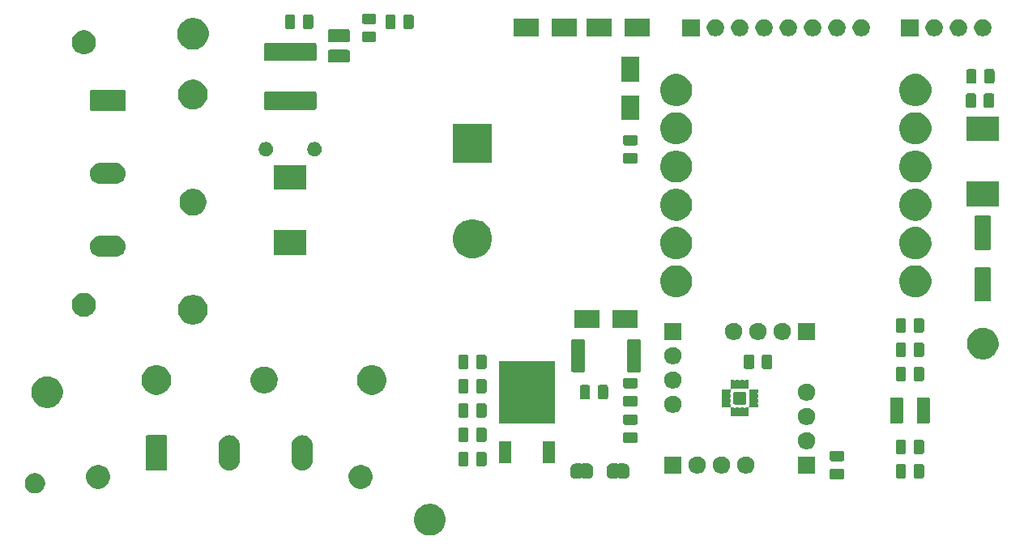
<source format=gbr>
G04 #@! TF.GenerationSoftware,KiCad,Pcbnew,5.1.5*
G04 #@! TF.CreationDate,2020-04-03T19:56:18-07:00*
G04 #@! TF.ProjectId,EEP_2,4545505f-322e-46b6-9963-61645f706362,rev?*
G04 #@! TF.SameCoordinates,Original*
G04 #@! TF.FileFunction,Soldermask,Top*
G04 #@! TF.FilePolarity,Negative*
%FSLAX46Y46*%
G04 Gerber Fmt 4.6, Leading zero omitted, Abs format (unit mm)*
G04 Created by KiCad (PCBNEW 5.1.5) date 2020-04-03 19:56:18*
%MOMM*%
%LPD*%
G04 APERTURE LIST*
%ADD10C,0.100000*%
G04 APERTURE END LIST*
D10*
G36*
X61970256Y-100626298D02*
G01*
X62076579Y-100647447D01*
X62377042Y-100771903D01*
X62647451Y-100952585D01*
X62877415Y-101182549D01*
X63058097Y-101452958D01*
X63182553Y-101753421D01*
X63246000Y-102072391D01*
X63246000Y-102397609D01*
X63182553Y-102716579D01*
X63058097Y-103017042D01*
X62877415Y-103287451D01*
X62647451Y-103517415D01*
X62377042Y-103698097D01*
X62076579Y-103822553D01*
X61970256Y-103843702D01*
X61757611Y-103886000D01*
X61432389Y-103886000D01*
X61219744Y-103843702D01*
X61113421Y-103822553D01*
X60812958Y-103698097D01*
X60542549Y-103517415D01*
X60312585Y-103287451D01*
X60131903Y-103017042D01*
X60007447Y-102716579D01*
X59944000Y-102397609D01*
X59944000Y-102072391D01*
X60007447Y-101753421D01*
X60131903Y-101452958D01*
X60312585Y-101182549D01*
X60542549Y-100952585D01*
X60812958Y-100771903D01*
X61113421Y-100647447D01*
X61219744Y-100626298D01*
X61432389Y-100584000D01*
X61757611Y-100584000D01*
X61970256Y-100626298D01*
G37*
G36*
X20626564Y-97414389D02*
G01*
X20817833Y-97493615D01*
X20817835Y-97493616D01*
X20989973Y-97608635D01*
X21136365Y-97755027D01*
X21245549Y-97918432D01*
X21251385Y-97927167D01*
X21330611Y-98118436D01*
X21371000Y-98321484D01*
X21371000Y-98528516D01*
X21330611Y-98731564D01*
X21251385Y-98922833D01*
X21251384Y-98922835D01*
X21136365Y-99094973D01*
X20989973Y-99241365D01*
X20817835Y-99356384D01*
X20817834Y-99356385D01*
X20817833Y-99356385D01*
X20626564Y-99435611D01*
X20423516Y-99476000D01*
X20216484Y-99476000D01*
X20013436Y-99435611D01*
X19822167Y-99356385D01*
X19822166Y-99356385D01*
X19822165Y-99356384D01*
X19650027Y-99241365D01*
X19503635Y-99094973D01*
X19388616Y-98922835D01*
X19388615Y-98922833D01*
X19309389Y-98731564D01*
X19269000Y-98528516D01*
X19269000Y-98321484D01*
X19309389Y-98118436D01*
X19388615Y-97927167D01*
X19394452Y-97918432D01*
X19503635Y-97755027D01*
X19650027Y-97608635D01*
X19822165Y-97493616D01*
X19822167Y-97493615D01*
X20013436Y-97414389D01*
X20216484Y-97374000D01*
X20423516Y-97374000D01*
X20626564Y-97414389D01*
G37*
G36*
X27284903Y-96547075D02*
G01*
X27511251Y-96640831D01*
X27512571Y-96641378D01*
X27717466Y-96778285D01*
X27891715Y-96952534D01*
X28028622Y-97157429D01*
X28028623Y-97157431D01*
X28122925Y-97385097D01*
X28171000Y-97626786D01*
X28171000Y-97873214D01*
X28154679Y-97955263D01*
X28122925Y-98114903D01*
X28028622Y-98342571D01*
X27891715Y-98547466D01*
X27717466Y-98721715D01*
X27512571Y-98858622D01*
X27512570Y-98858623D01*
X27512569Y-98858623D01*
X27284903Y-98952925D01*
X27043214Y-99001000D01*
X26796786Y-99001000D01*
X26555097Y-98952925D01*
X26327431Y-98858623D01*
X26327430Y-98858623D01*
X26327429Y-98858622D01*
X26122534Y-98721715D01*
X25948285Y-98547466D01*
X25811378Y-98342571D01*
X25717075Y-98114903D01*
X25685321Y-97955263D01*
X25669000Y-97873214D01*
X25669000Y-97626786D01*
X25717075Y-97385097D01*
X25811377Y-97157431D01*
X25811378Y-97157429D01*
X25948285Y-96952534D01*
X26122534Y-96778285D01*
X26327429Y-96641378D01*
X26328750Y-96640831D01*
X26555097Y-96547075D01*
X26796786Y-96499000D01*
X27043214Y-96499000D01*
X27284903Y-96547075D01*
G37*
G36*
X54724903Y-96547075D02*
G01*
X54951251Y-96640831D01*
X54952571Y-96641378D01*
X55157466Y-96778285D01*
X55331715Y-96952534D01*
X55468622Y-97157429D01*
X55468623Y-97157431D01*
X55562925Y-97385097D01*
X55611000Y-97626786D01*
X55611000Y-97873214D01*
X55594679Y-97955263D01*
X55562925Y-98114903D01*
X55468622Y-98342571D01*
X55331715Y-98547466D01*
X55157466Y-98721715D01*
X54952571Y-98858622D01*
X54952570Y-98858623D01*
X54952569Y-98858623D01*
X54724903Y-98952925D01*
X54483214Y-99001000D01*
X54236786Y-99001000D01*
X53995097Y-98952925D01*
X53767431Y-98858623D01*
X53767430Y-98858623D01*
X53767429Y-98858622D01*
X53562534Y-98721715D01*
X53388285Y-98547466D01*
X53251378Y-98342571D01*
X53157075Y-98114903D01*
X53125321Y-97955263D01*
X53109000Y-97873214D01*
X53109000Y-97626786D01*
X53157075Y-97385097D01*
X53251377Y-97157431D01*
X53251378Y-97157429D01*
X53388285Y-96952534D01*
X53562534Y-96778285D01*
X53767429Y-96641378D01*
X53768750Y-96640831D01*
X53995097Y-96547075D01*
X54236786Y-96499000D01*
X54483214Y-96499000D01*
X54724903Y-96547075D01*
G37*
G36*
X104724468Y-96923565D02*
G01*
X104763138Y-96935296D01*
X104798777Y-96954346D01*
X104830017Y-96979983D01*
X104855654Y-97011223D01*
X104874704Y-97046862D01*
X104886435Y-97085532D01*
X104891000Y-97131888D01*
X104891000Y-97783112D01*
X104886435Y-97829468D01*
X104874704Y-97868138D01*
X104855654Y-97903777D01*
X104830017Y-97935017D01*
X104798777Y-97960654D01*
X104763138Y-97979704D01*
X104724468Y-97991435D01*
X104678112Y-97996000D01*
X103601888Y-97996000D01*
X103555532Y-97991435D01*
X103516862Y-97979704D01*
X103481223Y-97960654D01*
X103449983Y-97935017D01*
X103424346Y-97903777D01*
X103405296Y-97868138D01*
X103393565Y-97829468D01*
X103389000Y-97783112D01*
X103389000Y-97131888D01*
X103393565Y-97085532D01*
X103405296Y-97046862D01*
X103424346Y-97011223D01*
X103449983Y-96979983D01*
X103481223Y-96954346D01*
X103516862Y-96935296D01*
X103555532Y-96923565D01*
X103601888Y-96919000D01*
X104678112Y-96919000D01*
X104724468Y-96923565D01*
G37*
G36*
X81124999Y-96354737D02*
G01*
X81134608Y-96357652D01*
X81143472Y-96362390D01*
X81151237Y-96368763D01*
X81161448Y-96381206D01*
X81168378Y-96391575D01*
X81185705Y-96408902D01*
X81206080Y-96422515D01*
X81228720Y-96431891D01*
X81252753Y-96436671D01*
X81277257Y-96436670D01*
X81301290Y-96431888D01*
X81323929Y-96422510D01*
X81344302Y-96408895D01*
X81361629Y-96391568D01*
X81368558Y-96381198D01*
X81378763Y-96368763D01*
X81386528Y-96362390D01*
X81395392Y-96357652D01*
X81405001Y-96354737D01*
X81421140Y-96353148D01*
X81908861Y-96353148D01*
X81927199Y-96354954D01*
X81939450Y-96355556D01*
X81957869Y-96355556D01*
X81980149Y-96357750D01*
X82064233Y-96374476D01*
X82085660Y-96380976D01*
X82164858Y-96413780D01*
X82170303Y-96416691D01*
X82170309Y-96416693D01*
X82179169Y-96421429D01*
X82179173Y-96421432D01*
X82184614Y-96424340D01*
X82255899Y-96471971D01*
X82273204Y-96486172D01*
X82333828Y-96546796D01*
X82348029Y-96564101D01*
X82395660Y-96635386D01*
X82398568Y-96640827D01*
X82398571Y-96640831D01*
X82403307Y-96649691D01*
X82403309Y-96649697D01*
X82406220Y-96655142D01*
X82439024Y-96734340D01*
X82445524Y-96755767D01*
X82462250Y-96839851D01*
X82464444Y-96862131D01*
X82464444Y-96880550D01*
X82465046Y-96892801D01*
X82466852Y-96911139D01*
X82466852Y-97398862D01*
X82465046Y-97417199D01*
X82464444Y-97429450D01*
X82464444Y-97447869D01*
X82462250Y-97470149D01*
X82445524Y-97554233D01*
X82439024Y-97575660D01*
X82406220Y-97654858D01*
X82403309Y-97660303D01*
X82403307Y-97660309D01*
X82398571Y-97669169D01*
X82398568Y-97669173D01*
X82395660Y-97674614D01*
X82348029Y-97745899D01*
X82333828Y-97763204D01*
X82273204Y-97823828D01*
X82255899Y-97838029D01*
X82184614Y-97885660D01*
X82179173Y-97888568D01*
X82179169Y-97888571D01*
X82170309Y-97893307D01*
X82170303Y-97893309D01*
X82164858Y-97896220D01*
X82085660Y-97929024D01*
X82064233Y-97935524D01*
X81980149Y-97952250D01*
X81957869Y-97954444D01*
X81939450Y-97954444D01*
X81927199Y-97955046D01*
X81908862Y-97956852D01*
X81421140Y-97956852D01*
X81405001Y-97955263D01*
X81395392Y-97952348D01*
X81386528Y-97947610D01*
X81378763Y-97941237D01*
X81368552Y-97928794D01*
X81361622Y-97918425D01*
X81344295Y-97901098D01*
X81323920Y-97887485D01*
X81301280Y-97878109D01*
X81277247Y-97873329D01*
X81252743Y-97873330D01*
X81228710Y-97878112D01*
X81206071Y-97887490D01*
X81185698Y-97901105D01*
X81168371Y-97918432D01*
X81161442Y-97928802D01*
X81151237Y-97941237D01*
X81143472Y-97947610D01*
X81134608Y-97952348D01*
X81124999Y-97955263D01*
X81108860Y-97956852D01*
X80621138Y-97956852D01*
X80602801Y-97955046D01*
X80590550Y-97954444D01*
X80572131Y-97954444D01*
X80549851Y-97952250D01*
X80465767Y-97935524D01*
X80444340Y-97929024D01*
X80365142Y-97896220D01*
X80359697Y-97893309D01*
X80359691Y-97893307D01*
X80350831Y-97888571D01*
X80350827Y-97888568D01*
X80345386Y-97885660D01*
X80274101Y-97838029D01*
X80256796Y-97823828D01*
X80196172Y-97763204D01*
X80181971Y-97745899D01*
X80134340Y-97674614D01*
X80131432Y-97669173D01*
X80131429Y-97669169D01*
X80126693Y-97660309D01*
X80126691Y-97660303D01*
X80123780Y-97654858D01*
X80090976Y-97575660D01*
X80084476Y-97554233D01*
X80067750Y-97470149D01*
X80065556Y-97447869D01*
X80065556Y-97429450D01*
X80064954Y-97417199D01*
X80063148Y-97398862D01*
X80063148Y-96911139D01*
X80064954Y-96892801D01*
X80065556Y-96880550D01*
X80065556Y-96862131D01*
X80067750Y-96839851D01*
X80084476Y-96755767D01*
X80090976Y-96734340D01*
X80123780Y-96655142D01*
X80126691Y-96649697D01*
X80126693Y-96649691D01*
X80131429Y-96640831D01*
X80131432Y-96640827D01*
X80134340Y-96635386D01*
X80181971Y-96564101D01*
X80196172Y-96546796D01*
X80256796Y-96486172D01*
X80274101Y-96471971D01*
X80345386Y-96424340D01*
X80350827Y-96421432D01*
X80350831Y-96421429D01*
X80359691Y-96416693D01*
X80359697Y-96416691D01*
X80365142Y-96413780D01*
X80444340Y-96380976D01*
X80465767Y-96374476D01*
X80549851Y-96357750D01*
X80572131Y-96355556D01*
X80590550Y-96355556D01*
X80602801Y-96354954D01*
X80621139Y-96353148D01*
X81108860Y-96353148D01*
X81124999Y-96354737D01*
G37*
G36*
X77329999Y-96354737D02*
G01*
X77339608Y-96357652D01*
X77348472Y-96362390D01*
X77356237Y-96368763D01*
X77366448Y-96381206D01*
X77373378Y-96391575D01*
X77390705Y-96408902D01*
X77411080Y-96422515D01*
X77433720Y-96431891D01*
X77457753Y-96436671D01*
X77482257Y-96436670D01*
X77506290Y-96431888D01*
X77528929Y-96422510D01*
X77549302Y-96408895D01*
X77566629Y-96391568D01*
X77573558Y-96381198D01*
X77583763Y-96368763D01*
X77591528Y-96362390D01*
X77600392Y-96357652D01*
X77610001Y-96354737D01*
X77626140Y-96353148D01*
X78113861Y-96353148D01*
X78132199Y-96354954D01*
X78144450Y-96355556D01*
X78162869Y-96355556D01*
X78185149Y-96357750D01*
X78269233Y-96374476D01*
X78290660Y-96380976D01*
X78369858Y-96413780D01*
X78375303Y-96416691D01*
X78375309Y-96416693D01*
X78384169Y-96421429D01*
X78384173Y-96421432D01*
X78389614Y-96424340D01*
X78460899Y-96471971D01*
X78478204Y-96486172D01*
X78538828Y-96546796D01*
X78553029Y-96564101D01*
X78600660Y-96635386D01*
X78603568Y-96640827D01*
X78603571Y-96640831D01*
X78608307Y-96649691D01*
X78608309Y-96649697D01*
X78611220Y-96655142D01*
X78644024Y-96734340D01*
X78650524Y-96755767D01*
X78667250Y-96839851D01*
X78669444Y-96862131D01*
X78669444Y-96880550D01*
X78670046Y-96892801D01*
X78671852Y-96911139D01*
X78671852Y-97398862D01*
X78670046Y-97417199D01*
X78669444Y-97429450D01*
X78669444Y-97447869D01*
X78667250Y-97470149D01*
X78650524Y-97554233D01*
X78644024Y-97575660D01*
X78611220Y-97654858D01*
X78608309Y-97660303D01*
X78608307Y-97660309D01*
X78603571Y-97669169D01*
X78603568Y-97669173D01*
X78600660Y-97674614D01*
X78553029Y-97745899D01*
X78538828Y-97763204D01*
X78478204Y-97823828D01*
X78460899Y-97838029D01*
X78389614Y-97885660D01*
X78384173Y-97888568D01*
X78384169Y-97888571D01*
X78375309Y-97893307D01*
X78375303Y-97893309D01*
X78369858Y-97896220D01*
X78290660Y-97929024D01*
X78269233Y-97935524D01*
X78185149Y-97952250D01*
X78162869Y-97954444D01*
X78144450Y-97954444D01*
X78132199Y-97955046D01*
X78113862Y-97956852D01*
X77626140Y-97956852D01*
X77610001Y-97955263D01*
X77600392Y-97952348D01*
X77591528Y-97947610D01*
X77583763Y-97941237D01*
X77573552Y-97928794D01*
X77566622Y-97918425D01*
X77549295Y-97901098D01*
X77528920Y-97887485D01*
X77506280Y-97878109D01*
X77482247Y-97873329D01*
X77457743Y-97873330D01*
X77433710Y-97878112D01*
X77411071Y-97887490D01*
X77390698Y-97901105D01*
X77373371Y-97918432D01*
X77366442Y-97928802D01*
X77356237Y-97941237D01*
X77348472Y-97947610D01*
X77339608Y-97952348D01*
X77329999Y-97955263D01*
X77313860Y-97956852D01*
X76826138Y-97956852D01*
X76807801Y-97955046D01*
X76795550Y-97954444D01*
X76777131Y-97954444D01*
X76754851Y-97952250D01*
X76670767Y-97935524D01*
X76649340Y-97929024D01*
X76570142Y-97896220D01*
X76564697Y-97893309D01*
X76564691Y-97893307D01*
X76555831Y-97888571D01*
X76555827Y-97888568D01*
X76550386Y-97885660D01*
X76479101Y-97838029D01*
X76461796Y-97823828D01*
X76401172Y-97763204D01*
X76386971Y-97745899D01*
X76339340Y-97674614D01*
X76336432Y-97669173D01*
X76336429Y-97669169D01*
X76331693Y-97660309D01*
X76331691Y-97660303D01*
X76328780Y-97654858D01*
X76295976Y-97575660D01*
X76289476Y-97554233D01*
X76272750Y-97470149D01*
X76270556Y-97447869D01*
X76270556Y-97429450D01*
X76269954Y-97417199D01*
X76268148Y-97398862D01*
X76268148Y-96911139D01*
X76269954Y-96892801D01*
X76270556Y-96880550D01*
X76270556Y-96862131D01*
X76272750Y-96839851D01*
X76289476Y-96755767D01*
X76295976Y-96734340D01*
X76328780Y-96655142D01*
X76331691Y-96649697D01*
X76331693Y-96649691D01*
X76336429Y-96640831D01*
X76336432Y-96640827D01*
X76339340Y-96635386D01*
X76386971Y-96564101D01*
X76401172Y-96546796D01*
X76461796Y-96486172D01*
X76479101Y-96471971D01*
X76550386Y-96424340D01*
X76555827Y-96421432D01*
X76555831Y-96421429D01*
X76564691Y-96416693D01*
X76564697Y-96416691D01*
X76570142Y-96413780D01*
X76649340Y-96380976D01*
X76670767Y-96374476D01*
X76754851Y-96357750D01*
X76777131Y-96355556D01*
X76795550Y-96355556D01*
X76807801Y-96354954D01*
X76826139Y-96353148D01*
X77313860Y-96353148D01*
X77329999Y-96354737D01*
G37*
G36*
X111194468Y-96408565D02*
G01*
X111233138Y-96420296D01*
X111268777Y-96439346D01*
X111300017Y-96464983D01*
X111325654Y-96496223D01*
X111344704Y-96531862D01*
X111356435Y-96570532D01*
X111361000Y-96616888D01*
X111361000Y-97693112D01*
X111356435Y-97739468D01*
X111344704Y-97778138D01*
X111325654Y-97813777D01*
X111300017Y-97845017D01*
X111268777Y-97870654D01*
X111233138Y-97889704D01*
X111194468Y-97901435D01*
X111148112Y-97906000D01*
X110496888Y-97906000D01*
X110450532Y-97901435D01*
X110411862Y-97889704D01*
X110376223Y-97870654D01*
X110344983Y-97845017D01*
X110319346Y-97813777D01*
X110300296Y-97778138D01*
X110288565Y-97739468D01*
X110284000Y-97693112D01*
X110284000Y-96616888D01*
X110288565Y-96570532D01*
X110300296Y-96531862D01*
X110319346Y-96496223D01*
X110344983Y-96464983D01*
X110376223Y-96439346D01*
X110411862Y-96420296D01*
X110450532Y-96408565D01*
X110496888Y-96404000D01*
X111148112Y-96404000D01*
X111194468Y-96408565D01*
G37*
G36*
X113069468Y-96408565D02*
G01*
X113108138Y-96420296D01*
X113143777Y-96439346D01*
X113175017Y-96464983D01*
X113200654Y-96496223D01*
X113219704Y-96531862D01*
X113231435Y-96570532D01*
X113236000Y-96616888D01*
X113236000Y-97693112D01*
X113231435Y-97739468D01*
X113219704Y-97778138D01*
X113200654Y-97813777D01*
X113175017Y-97845017D01*
X113143777Y-97870654D01*
X113108138Y-97889704D01*
X113069468Y-97901435D01*
X113023112Y-97906000D01*
X112371888Y-97906000D01*
X112325532Y-97901435D01*
X112286862Y-97889704D01*
X112251223Y-97870654D01*
X112219983Y-97845017D01*
X112194346Y-97813777D01*
X112175296Y-97778138D01*
X112163565Y-97739468D01*
X112159000Y-97693112D01*
X112159000Y-96616888D01*
X112163565Y-96570532D01*
X112175296Y-96531862D01*
X112194346Y-96496223D01*
X112219983Y-96464983D01*
X112251223Y-96439346D01*
X112286862Y-96420296D01*
X112325532Y-96408565D01*
X112371888Y-96404000D01*
X113023112Y-96404000D01*
X113069468Y-96408565D01*
G37*
G36*
X101866000Y-97421000D02*
G01*
X100064000Y-97421000D01*
X100064000Y-95619000D01*
X101866000Y-95619000D01*
X101866000Y-97421000D01*
G37*
G36*
X94728512Y-95623927D02*
G01*
X94877812Y-95653624D01*
X95041784Y-95721544D01*
X95189354Y-95820147D01*
X95314853Y-95945646D01*
X95413456Y-96093216D01*
X95481376Y-96257188D01*
X95508788Y-96395002D01*
X95516000Y-96431258D01*
X95516000Y-96608742D01*
X95514826Y-96614642D01*
X95481376Y-96782812D01*
X95413456Y-96946784D01*
X95314853Y-97094354D01*
X95189354Y-97219853D01*
X95041784Y-97318456D01*
X94877812Y-97386376D01*
X94733916Y-97414998D01*
X94703742Y-97421000D01*
X94526258Y-97421000D01*
X94496084Y-97414998D01*
X94352188Y-97386376D01*
X94188216Y-97318456D01*
X94040646Y-97219853D01*
X93915147Y-97094354D01*
X93816544Y-96946784D01*
X93748624Y-96782812D01*
X93715174Y-96614642D01*
X93714000Y-96608742D01*
X93714000Y-96431258D01*
X93721212Y-96395002D01*
X93748624Y-96257188D01*
X93816544Y-96093216D01*
X93915147Y-95945646D01*
X94040646Y-95820147D01*
X94188216Y-95721544D01*
X94352188Y-95653624D01*
X94501488Y-95623927D01*
X94526258Y-95619000D01*
X94703742Y-95619000D01*
X94728512Y-95623927D01*
G37*
G36*
X92188512Y-95623927D02*
G01*
X92337812Y-95653624D01*
X92501784Y-95721544D01*
X92649354Y-95820147D01*
X92774853Y-95945646D01*
X92873456Y-96093216D01*
X92941376Y-96257188D01*
X92968788Y-96395002D01*
X92976000Y-96431258D01*
X92976000Y-96608742D01*
X92974826Y-96614642D01*
X92941376Y-96782812D01*
X92873456Y-96946784D01*
X92774853Y-97094354D01*
X92649354Y-97219853D01*
X92501784Y-97318456D01*
X92337812Y-97386376D01*
X92193916Y-97414998D01*
X92163742Y-97421000D01*
X91986258Y-97421000D01*
X91956084Y-97414998D01*
X91812188Y-97386376D01*
X91648216Y-97318456D01*
X91500646Y-97219853D01*
X91375147Y-97094354D01*
X91276544Y-96946784D01*
X91208624Y-96782812D01*
X91175174Y-96614642D01*
X91174000Y-96608742D01*
X91174000Y-96431258D01*
X91181212Y-96395002D01*
X91208624Y-96257188D01*
X91276544Y-96093216D01*
X91375147Y-95945646D01*
X91500646Y-95820147D01*
X91648216Y-95721544D01*
X91812188Y-95653624D01*
X91961488Y-95623927D01*
X91986258Y-95619000D01*
X92163742Y-95619000D01*
X92188512Y-95623927D01*
G37*
G36*
X89648512Y-95623927D02*
G01*
X89797812Y-95653624D01*
X89961784Y-95721544D01*
X90109354Y-95820147D01*
X90234853Y-95945646D01*
X90333456Y-96093216D01*
X90401376Y-96257188D01*
X90428788Y-96395002D01*
X90436000Y-96431258D01*
X90436000Y-96608742D01*
X90434826Y-96614642D01*
X90401376Y-96782812D01*
X90333456Y-96946784D01*
X90234853Y-97094354D01*
X90109354Y-97219853D01*
X89961784Y-97318456D01*
X89797812Y-97386376D01*
X89653916Y-97414998D01*
X89623742Y-97421000D01*
X89446258Y-97421000D01*
X89416084Y-97414998D01*
X89272188Y-97386376D01*
X89108216Y-97318456D01*
X88960646Y-97219853D01*
X88835147Y-97094354D01*
X88736544Y-96946784D01*
X88668624Y-96782812D01*
X88635174Y-96614642D01*
X88634000Y-96608742D01*
X88634000Y-96431258D01*
X88641212Y-96395002D01*
X88668624Y-96257188D01*
X88736544Y-96093216D01*
X88835147Y-95945646D01*
X88960646Y-95820147D01*
X89108216Y-95721544D01*
X89272188Y-95653624D01*
X89421488Y-95623927D01*
X89446258Y-95619000D01*
X89623742Y-95619000D01*
X89648512Y-95623927D01*
G37*
G36*
X87896000Y-97421000D02*
G01*
X86094000Y-97421000D01*
X86094000Y-95619000D01*
X87896000Y-95619000D01*
X87896000Y-97421000D01*
G37*
G36*
X48475831Y-93414930D02*
G01*
X48683375Y-93477888D01*
X48838538Y-93560825D01*
X48874642Y-93580123D01*
X48911048Y-93610001D01*
X49042292Y-93717708D01*
X49179878Y-93885359D01*
X49282112Y-94076624D01*
X49345070Y-94284168D01*
X49361000Y-94445911D01*
X49361000Y-96054089D01*
X49345070Y-96215832D01*
X49282112Y-96423376D01*
X49179878Y-96614641D01*
X49042292Y-96782292D01*
X48874641Y-96919878D01*
X48683376Y-97022112D01*
X48475832Y-97085070D01*
X48260000Y-97106327D01*
X48044169Y-97085070D01*
X47836625Y-97022112D01*
X47645360Y-96919878D01*
X47477709Y-96782292D01*
X47340123Y-96614641D01*
X47237887Y-96423373D01*
X47174930Y-96215835D01*
X47159000Y-96054089D01*
X47159000Y-94445912D01*
X47174930Y-94284169D01*
X47237888Y-94076625D01*
X47340122Y-93885360D01*
X47340123Y-93885358D01*
X47388221Y-93826750D01*
X47477708Y-93717708D01*
X47645359Y-93580122D01*
X47836624Y-93477888D01*
X48044168Y-93414930D01*
X48260000Y-93393673D01*
X48475831Y-93414930D01*
G37*
G36*
X40855831Y-93414930D02*
G01*
X41063375Y-93477888D01*
X41218538Y-93560825D01*
X41254642Y-93580123D01*
X41291048Y-93610001D01*
X41422292Y-93717708D01*
X41559878Y-93885359D01*
X41662112Y-94076624D01*
X41725070Y-94284168D01*
X41741000Y-94445911D01*
X41741000Y-96054089D01*
X41725070Y-96215832D01*
X41662112Y-96423376D01*
X41559878Y-96614641D01*
X41422292Y-96782292D01*
X41254641Y-96919878D01*
X41063376Y-97022112D01*
X40855832Y-97085070D01*
X40640000Y-97106327D01*
X40424169Y-97085070D01*
X40216625Y-97022112D01*
X40025360Y-96919878D01*
X39857709Y-96782292D01*
X39720123Y-96614641D01*
X39617887Y-96423373D01*
X39554930Y-96215835D01*
X39539000Y-96054089D01*
X39539000Y-94445912D01*
X39554930Y-94284169D01*
X39617888Y-94076625D01*
X39720122Y-93885360D01*
X39720123Y-93885358D01*
X39768221Y-93826750D01*
X39857708Y-93717708D01*
X40025359Y-93580122D01*
X40216624Y-93477888D01*
X40424168Y-93414930D01*
X40640000Y-93393673D01*
X40855831Y-93414930D01*
G37*
G36*
X33986536Y-93402800D02*
G01*
X34017738Y-93412265D01*
X34046486Y-93427631D01*
X34071687Y-93448313D01*
X34092369Y-93473514D01*
X34107735Y-93502262D01*
X34117200Y-93533464D01*
X34121000Y-93572046D01*
X34121000Y-96927954D01*
X34117200Y-96966536D01*
X34107735Y-96997738D01*
X34092369Y-97026486D01*
X34071687Y-97051687D01*
X34046486Y-97072369D01*
X34017738Y-97087735D01*
X33986536Y-97097200D01*
X33947954Y-97101000D01*
X32092046Y-97101000D01*
X32053464Y-97097200D01*
X32022262Y-97087735D01*
X31993514Y-97072369D01*
X31968313Y-97051687D01*
X31947631Y-97026486D01*
X31932265Y-96997738D01*
X31922800Y-96966536D01*
X31919000Y-96927954D01*
X31919000Y-93572046D01*
X31922800Y-93533464D01*
X31932265Y-93502262D01*
X31947631Y-93473514D01*
X31968313Y-93448313D01*
X31993514Y-93427631D01*
X32022262Y-93412265D01*
X32053464Y-93402800D01*
X32092046Y-93399000D01*
X33947954Y-93399000D01*
X33986536Y-93402800D01*
G37*
G36*
X67349468Y-95138565D02*
G01*
X67388138Y-95150296D01*
X67423777Y-95169346D01*
X67455017Y-95194983D01*
X67480654Y-95226223D01*
X67499704Y-95261862D01*
X67511435Y-95300532D01*
X67516000Y-95346888D01*
X67516000Y-96423112D01*
X67511435Y-96469468D01*
X67499704Y-96508138D01*
X67480654Y-96543777D01*
X67455017Y-96575017D01*
X67423777Y-96600654D01*
X67388138Y-96619704D01*
X67349468Y-96631435D01*
X67303112Y-96636000D01*
X66651888Y-96636000D01*
X66605532Y-96631435D01*
X66566862Y-96619704D01*
X66531223Y-96600654D01*
X66499983Y-96575017D01*
X66474346Y-96543777D01*
X66455296Y-96508138D01*
X66443565Y-96469468D01*
X66439000Y-96423112D01*
X66439000Y-95346888D01*
X66443565Y-95300532D01*
X66455296Y-95261862D01*
X66474346Y-95226223D01*
X66499983Y-95194983D01*
X66531223Y-95169346D01*
X66566862Y-95150296D01*
X66605532Y-95138565D01*
X66651888Y-95134000D01*
X67303112Y-95134000D01*
X67349468Y-95138565D01*
G37*
G36*
X65474468Y-95138565D02*
G01*
X65513138Y-95150296D01*
X65548777Y-95169346D01*
X65580017Y-95194983D01*
X65605654Y-95226223D01*
X65624704Y-95261862D01*
X65636435Y-95300532D01*
X65641000Y-95346888D01*
X65641000Y-96423112D01*
X65636435Y-96469468D01*
X65624704Y-96508138D01*
X65605654Y-96543777D01*
X65580017Y-96575017D01*
X65548777Y-96600654D01*
X65513138Y-96619704D01*
X65474468Y-96631435D01*
X65428112Y-96636000D01*
X64776888Y-96636000D01*
X64730532Y-96631435D01*
X64691862Y-96619704D01*
X64656223Y-96600654D01*
X64624983Y-96575017D01*
X64599346Y-96543777D01*
X64580296Y-96508138D01*
X64568565Y-96469468D01*
X64564000Y-96423112D01*
X64564000Y-95346888D01*
X64568565Y-95300532D01*
X64580296Y-95261862D01*
X64599346Y-95226223D01*
X64624983Y-95194983D01*
X64656223Y-95169346D01*
X64691862Y-95150296D01*
X64730532Y-95138565D01*
X64776888Y-95134000D01*
X65428112Y-95134000D01*
X65474468Y-95138565D01*
G37*
G36*
X74686000Y-96351000D02*
G01*
X73384000Y-96351000D01*
X73384000Y-94049000D01*
X74686000Y-94049000D01*
X74686000Y-96351000D01*
G37*
G36*
X70126000Y-96351000D02*
G01*
X68824000Y-96351000D01*
X68824000Y-94049000D01*
X70126000Y-94049000D01*
X70126000Y-96351000D01*
G37*
G36*
X104724468Y-95048565D02*
G01*
X104763138Y-95060296D01*
X104798777Y-95079346D01*
X104830017Y-95104983D01*
X104855654Y-95136223D01*
X104874704Y-95171862D01*
X104886435Y-95210532D01*
X104891000Y-95256888D01*
X104891000Y-95908112D01*
X104886435Y-95954468D01*
X104874704Y-95993138D01*
X104855654Y-96028777D01*
X104830017Y-96060017D01*
X104798777Y-96085654D01*
X104763138Y-96104704D01*
X104724468Y-96116435D01*
X104678112Y-96121000D01*
X103601888Y-96121000D01*
X103555532Y-96116435D01*
X103516862Y-96104704D01*
X103481223Y-96085654D01*
X103449983Y-96060017D01*
X103424346Y-96028777D01*
X103405296Y-95993138D01*
X103393565Y-95954468D01*
X103389000Y-95908112D01*
X103389000Y-95256888D01*
X103393565Y-95210532D01*
X103405296Y-95171862D01*
X103424346Y-95136223D01*
X103449983Y-95104983D01*
X103481223Y-95079346D01*
X103516862Y-95060296D01*
X103555532Y-95048565D01*
X103601888Y-95044000D01*
X104678112Y-95044000D01*
X104724468Y-95048565D01*
G37*
G36*
X113069468Y-93868565D02*
G01*
X113108138Y-93880296D01*
X113143777Y-93899346D01*
X113175017Y-93924983D01*
X113200654Y-93956223D01*
X113219704Y-93991862D01*
X113231435Y-94030532D01*
X113236000Y-94076888D01*
X113236000Y-95153112D01*
X113231435Y-95199468D01*
X113219704Y-95238138D01*
X113200654Y-95273777D01*
X113175017Y-95305017D01*
X113143777Y-95330654D01*
X113108138Y-95349704D01*
X113069468Y-95361435D01*
X113023112Y-95366000D01*
X112371888Y-95366000D01*
X112325532Y-95361435D01*
X112286862Y-95349704D01*
X112251223Y-95330654D01*
X112219983Y-95305017D01*
X112194346Y-95273777D01*
X112175296Y-95238138D01*
X112163565Y-95199468D01*
X112159000Y-95153112D01*
X112159000Y-94076888D01*
X112163565Y-94030532D01*
X112175296Y-93991862D01*
X112194346Y-93956223D01*
X112219983Y-93924983D01*
X112251223Y-93899346D01*
X112286862Y-93880296D01*
X112325532Y-93868565D01*
X112371888Y-93864000D01*
X113023112Y-93864000D01*
X113069468Y-93868565D01*
G37*
G36*
X111194468Y-93868565D02*
G01*
X111233138Y-93880296D01*
X111268777Y-93899346D01*
X111300017Y-93924983D01*
X111325654Y-93956223D01*
X111344704Y-93991862D01*
X111356435Y-94030532D01*
X111361000Y-94076888D01*
X111361000Y-95153112D01*
X111356435Y-95199468D01*
X111344704Y-95238138D01*
X111325654Y-95273777D01*
X111300017Y-95305017D01*
X111268777Y-95330654D01*
X111233138Y-95349704D01*
X111194468Y-95361435D01*
X111148112Y-95366000D01*
X110496888Y-95366000D01*
X110450532Y-95361435D01*
X110411862Y-95349704D01*
X110376223Y-95330654D01*
X110344983Y-95305017D01*
X110319346Y-95273777D01*
X110300296Y-95238138D01*
X110288565Y-95199468D01*
X110284000Y-95153112D01*
X110284000Y-94076888D01*
X110288565Y-94030532D01*
X110300296Y-93991862D01*
X110319346Y-93956223D01*
X110344983Y-93924983D01*
X110376223Y-93899346D01*
X110411862Y-93880296D01*
X110450532Y-93868565D01*
X110496888Y-93864000D01*
X111148112Y-93864000D01*
X111194468Y-93868565D01*
G37*
G36*
X101078512Y-93083927D02*
G01*
X101227812Y-93113624D01*
X101391784Y-93181544D01*
X101539354Y-93280147D01*
X101664853Y-93405646D01*
X101763456Y-93553216D01*
X101831376Y-93717188D01*
X101860578Y-93864000D01*
X101866000Y-93891258D01*
X101866000Y-94068742D01*
X101864431Y-94076628D01*
X101831376Y-94242812D01*
X101763456Y-94406784D01*
X101664853Y-94554354D01*
X101539354Y-94679853D01*
X101391784Y-94778456D01*
X101227812Y-94846376D01*
X101078512Y-94876073D01*
X101053742Y-94881000D01*
X100876258Y-94881000D01*
X100851488Y-94876073D01*
X100702188Y-94846376D01*
X100538216Y-94778456D01*
X100390646Y-94679853D01*
X100265147Y-94554354D01*
X100166544Y-94406784D01*
X100098624Y-94242812D01*
X100065569Y-94076628D01*
X100064000Y-94068742D01*
X100064000Y-93891258D01*
X100069422Y-93864000D01*
X100098624Y-93717188D01*
X100166544Y-93553216D01*
X100265147Y-93405646D01*
X100390646Y-93280147D01*
X100538216Y-93181544D01*
X100702188Y-93113624D01*
X100851488Y-93083927D01*
X100876258Y-93079000D01*
X101053742Y-93079000D01*
X101078512Y-93083927D01*
G37*
G36*
X83134468Y-93113565D02*
G01*
X83173138Y-93125296D01*
X83208777Y-93144346D01*
X83240017Y-93169983D01*
X83265654Y-93201223D01*
X83284704Y-93236862D01*
X83296435Y-93275532D01*
X83301000Y-93321888D01*
X83301000Y-93973112D01*
X83296435Y-94019468D01*
X83284704Y-94058138D01*
X83265654Y-94093777D01*
X83240017Y-94125017D01*
X83208777Y-94150654D01*
X83173138Y-94169704D01*
X83134468Y-94181435D01*
X83088112Y-94186000D01*
X82011888Y-94186000D01*
X81965532Y-94181435D01*
X81926862Y-94169704D01*
X81891223Y-94150654D01*
X81859983Y-94125017D01*
X81834346Y-94093777D01*
X81815296Y-94058138D01*
X81803565Y-94019468D01*
X81799000Y-93973112D01*
X81799000Y-93321888D01*
X81803565Y-93275532D01*
X81815296Y-93236862D01*
X81834346Y-93201223D01*
X81859983Y-93169983D01*
X81891223Y-93144346D01*
X81926862Y-93125296D01*
X81965532Y-93113565D01*
X82011888Y-93109000D01*
X83088112Y-93109000D01*
X83134468Y-93113565D01*
G37*
G36*
X65474468Y-92598565D02*
G01*
X65513138Y-92610296D01*
X65548777Y-92629346D01*
X65580017Y-92654983D01*
X65605654Y-92686223D01*
X65624704Y-92721862D01*
X65636435Y-92760532D01*
X65641000Y-92806888D01*
X65641000Y-93883112D01*
X65636435Y-93929468D01*
X65624704Y-93968138D01*
X65605654Y-94003777D01*
X65580017Y-94035017D01*
X65548777Y-94060654D01*
X65513138Y-94079704D01*
X65474468Y-94091435D01*
X65428112Y-94096000D01*
X64776888Y-94096000D01*
X64730532Y-94091435D01*
X64691862Y-94079704D01*
X64656223Y-94060654D01*
X64624983Y-94035017D01*
X64599346Y-94003777D01*
X64580296Y-93968138D01*
X64568565Y-93929468D01*
X64564000Y-93883112D01*
X64564000Y-92806888D01*
X64568565Y-92760532D01*
X64580296Y-92721862D01*
X64599346Y-92686223D01*
X64624983Y-92654983D01*
X64656223Y-92629346D01*
X64691862Y-92610296D01*
X64730532Y-92598565D01*
X64776888Y-92594000D01*
X65428112Y-92594000D01*
X65474468Y-92598565D01*
G37*
G36*
X67349468Y-92598565D02*
G01*
X67388138Y-92610296D01*
X67423777Y-92629346D01*
X67455017Y-92654983D01*
X67480654Y-92686223D01*
X67499704Y-92721862D01*
X67511435Y-92760532D01*
X67516000Y-92806888D01*
X67516000Y-93883112D01*
X67511435Y-93929468D01*
X67499704Y-93968138D01*
X67480654Y-94003777D01*
X67455017Y-94035017D01*
X67423777Y-94060654D01*
X67388138Y-94079704D01*
X67349468Y-94091435D01*
X67303112Y-94096000D01*
X66651888Y-94096000D01*
X66605532Y-94091435D01*
X66566862Y-94079704D01*
X66531223Y-94060654D01*
X66499983Y-94035017D01*
X66474346Y-94003777D01*
X66455296Y-93968138D01*
X66443565Y-93929468D01*
X66439000Y-93883112D01*
X66439000Y-92806888D01*
X66443565Y-92760532D01*
X66455296Y-92721862D01*
X66474346Y-92686223D01*
X66499983Y-92654983D01*
X66531223Y-92629346D01*
X66566862Y-92610296D01*
X66605532Y-92598565D01*
X66651888Y-92594000D01*
X67303112Y-92594000D01*
X67349468Y-92598565D01*
G37*
G36*
X101068919Y-90542019D02*
G01*
X101227812Y-90573624D01*
X101391784Y-90641544D01*
X101539354Y-90740147D01*
X101664853Y-90865646D01*
X101763456Y-91013216D01*
X101831376Y-91177188D01*
X101866000Y-91351259D01*
X101866000Y-91528741D01*
X101831376Y-91702812D01*
X101763456Y-91866784D01*
X101664853Y-92014354D01*
X101539354Y-92139853D01*
X101391784Y-92238456D01*
X101227812Y-92306376D01*
X101078512Y-92336073D01*
X101053742Y-92341000D01*
X100876258Y-92341000D01*
X100851488Y-92336073D01*
X100702188Y-92306376D01*
X100538216Y-92238456D01*
X100390646Y-92139853D01*
X100265147Y-92014354D01*
X100166544Y-91866784D01*
X100098624Y-91702812D01*
X100064000Y-91528741D01*
X100064000Y-91351259D01*
X100098624Y-91177188D01*
X100166544Y-91013216D01*
X100265147Y-90865646D01*
X100390646Y-90740147D01*
X100538216Y-90641544D01*
X100702188Y-90573624D01*
X100861081Y-90542019D01*
X100876258Y-90539000D01*
X101053742Y-90539000D01*
X101068919Y-90542019D01*
G37*
G36*
X83134468Y-91238565D02*
G01*
X83173138Y-91250296D01*
X83208777Y-91269346D01*
X83240017Y-91294983D01*
X83265654Y-91326223D01*
X83284704Y-91361862D01*
X83296435Y-91400532D01*
X83301000Y-91446888D01*
X83301000Y-92098112D01*
X83296435Y-92144468D01*
X83284704Y-92183138D01*
X83265654Y-92218777D01*
X83240017Y-92250017D01*
X83208777Y-92275654D01*
X83173138Y-92294704D01*
X83134468Y-92306435D01*
X83088112Y-92311000D01*
X82011888Y-92311000D01*
X81965532Y-92306435D01*
X81926862Y-92294704D01*
X81891223Y-92275654D01*
X81859983Y-92250017D01*
X81834346Y-92218777D01*
X81815296Y-92183138D01*
X81803565Y-92144468D01*
X81799000Y-92098112D01*
X81799000Y-91446888D01*
X81803565Y-91400532D01*
X81815296Y-91361862D01*
X81834346Y-91326223D01*
X81859983Y-91294983D01*
X81891223Y-91269346D01*
X81926862Y-91250296D01*
X81965532Y-91238565D01*
X82011888Y-91234000D01*
X83088112Y-91234000D01*
X83134468Y-91238565D01*
G37*
G36*
X110878604Y-89433347D02*
G01*
X110915144Y-89444432D01*
X110948821Y-89462433D01*
X110978341Y-89486659D01*
X111002567Y-89516179D01*
X111020568Y-89549856D01*
X111031653Y-89586396D01*
X111036000Y-89630538D01*
X111036000Y-91979462D01*
X111031653Y-92023604D01*
X111020568Y-92060144D01*
X111002567Y-92093821D01*
X110978341Y-92123341D01*
X110948821Y-92147567D01*
X110915144Y-92165568D01*
X110878604Y-92176653D01*
X110834462Y-92181000D01*
X109885538Y-92181000D01*
X109841396Y-92176653D01*
X109804856Y-92165568D01*
X109771179Y-92147567D01*
X109741659Y-92123341D01*
X109717433Y-92093821D01*
X109699432Y-92060144D01*
X109688347Y-92023604D01*
X109684000Y-91979462D01*
X109684000Y-89630538D01*
X109688347Y-89586396D01*
X109699432Y-89549856D01*
X109717433Y-89516179D01*
X109741659Y-89486659D01*
X109771179Y-89462433D01*
X109804856Y-89444432D01*
X109841396Y-89433347D01*
X109885538Y-89429000D01*
X110834462Y-89429000D01*
X110878604Y-89433347D01*
G37*
G36*
X113678604Y-89433347D02*
G01*
X113715144Y-89444432D01*
X113748821Y-89462433D01*
X113778341Y-89486659D01*
X113802567Y-89516179D01*
X113820568Y-89549856D01*
X113831653Y-89586396D01*
X113836000Y-89630538D01*
X113836000Y-91979462D01*
X113831653Y-92023604D01*
X113820568Y-92060144D01*
X113802567Y-92093821D01*
X113778341Y-92123341D01*
X113748821Y-92147567D01*
X113715144Y-92165568D01*
X113678604Y-92176653D01*
X113634462Y-92181000D01*
X112685538Y-92181000D01*
X112641396Y-92176653D01*
X112604856Y-92165568D01*
X112571179Y-92147567D01*
X112541659Y-92123341D01*
X112517433Y-92093821D01*
X112499432Y-92060144D01*
X112488347Y-92023604D01*
X112484000Y-91979462D01*
X112484000Y-89630538D01*
X112488347Y-89586396D01*
X112499432Y-89549856D01*
X112517433Y-89516179D01*
X112541659Y-89486659D01*
X112571179Y-89462433D01*
X112604856Y-89444432D01*
X112641396Y-89433347D01*
X112685538Y-89429000D01*
X113634462Y-89429000D01*
X113678604Y-89433347D01*
G37*
G36*
X74706000Y-92151000D02*
G01*
X68804000Y-92151000D01*
X68804000Y-85649000D01*
X74706000Y-85649000D01*
X74706000Y-92151000D01*
G37*
G36*
X65474468Y-90058565D02*
G01*
X65513138Y-90070296D01*
X65548777Y-90089346D01*
X65580017Y-90114983D01*
X65605654Y-90146223D01*
X65624704Y-90181862D01*
X65636435Y-90220532D01*
X65641000Y-90266888D01*
X65641000Y-91343112D01*
X65636435Y-91389468D01*
X65624704Y-91428138D01*
X65605654Y-91463777D01*
X65580017Y-91495017D01*
X65548777Y-91520654D01*
X65513138Y-91539704D01*
X65474468Y-91551435D01*
X65428112Y-91556000D01*
X64776888Y-91556000D01*
X64730532Y-91551435D01*
X64691862Y-91539704D01*
X64656223Y-91520654D01*
X64624983Y-91495017D01*
X64599346Y-91463777D01*
X64580296Y-91428138D01*
X64568565Y-91389468D01*
X64564000Y-91343112D01*
X64564000Y-90266888D01*
X64568565Y-90220532D01*
X64580296Y-90181862D01*
X64599346Y-90146223D01*
X64624983Y-90114983D01*
X64656223Y-90089346D01*
X64691862Y-90070296D01*
X64730532Y-90058565D01*
X64776888Y-90054000D01*
X65428112Y-90054000D01*
X65474468Y-90058565D01*
G37*
G36*
X67349468Y-90058565D02*
G01*
X67388138Y-90070296D01*
X67423777Y-90089346D01*
X67455017Y-90114983D01*
X67480654Y-90146223D01*
X67499704Y-90181862D01*
X67511435Y-90220532D01*
X67516000Y-90266888D01*
X67516000Y-91343112D01*
X67511435Y-91389468D01*
X67499704Y-91428138D01*
X67480654Y-91463777D01*
X67455017Y-91495017D01*
X67423777Y-91520654D01*
X67388138Y-91539704D01*
X67349468Y-91551435D01*
X67303112Y-91556000D01*
X66651888Y-91556000D01*
X66605532Y-91551435D01*
X66566862Y-91539704D01*
X66531223Y-91520654D01*
X66499983Y-91495017D01*
X66474346Y-91463777D01*
X66455296Y-91428138D01*
X66443565Y-91389468D01*
X66439000Y-91343112D01*
X66439000Y-90266888D01*
X66443565Y-90220532D01*
X66455296Y-90181862D01*
X66474346Y-90146223D01*
X66499983Y-90114983D01*
X66531223Y-90089346D01*
X66566862Y-90070296D01*
X66605532Y-90058565D01*
X66651888Y-90054000D01*
X67303112Y-90054000D01*
X67349468Y-90058565D01*
G37*
G36*
X93385355Y-87635083D02*
G01*
X93390029Y-87636501D01*
X93394330Y-87638800D01*
X93400702Y-87644029D01*
X93421076Y-87657643D01*
X93443715Y-87667020D01*
X93467749Y-87671800D01*
X93492253Y-87671800D01*
X93516286Y-87667019D01*
X93538925Y-87657642D01*
X93559298Y-87644029D01*
X93565670Y-87638800D01*
X93569971Y-87636501D01*
X93574645Y-87635083D01*
X93585641Y-87634000D01*
X93874359Y-87634000D01*
X93885355Y-87635083D01*
X93890029Y-87636501D01*
X93894330Y-87638800D01*
X93900702Y-87644029D01*
X93921076Y-87657643D01*
X93943715Y-87667020D01*
X93967749Y-87671800D01*
X93992253Y-87671800D01*
X94016286Y-87667019D01*
X94038925Y-87657642D01*
X94059298Y-87644029D01*
X94065670Y-87638800D01*
X94069971Y-87636501D01*
X94074645Y-87635083D01*
X94085641Y-87634000D01*
X94374359Y-87634000D01*
X94385355Y-87635083D01*
X94390029Y-87636501D01*
X94394330Y-87638800D01*
X94400702Y-87644029D01*
X94421076Y-87657643D01*
X94443715Y-87667020D01*
X94467749Y-87671800D01*
X94492253Y-87671800D01*
X94516286Y-87667019D01*
X94538925Y-87657642D01*
X94559298Y-87644029D01*
X94565670Y-87638800D01*
X94569971Y-87636501D01*
X94574645Y-87635083D01*
X94585641Y-87634000D01*
X94874359Y-87634000D01*
X94885355Y-87635083D01*
X94890029Y-87636501D01*
X94894331Y-87638800D01*
X94898104Y-87641896D01*
X94901200Y-87645669D01*
X94903499Y-87649971D01*
X94904917Y-87654645D01*
X94906000Y-87665641D01*
X94906000Y-88484001D01*
X94908402Y-88508387D01*
X94915515Y-88531836D01*
X94927066Y-88553447D01*
X94942611Y-88572389D01*
X94961553Y-88587934D01*
X94983164Y-88599485D01*
X95006613Y-88606598D01*
X95030999Y-88609000D01*
X95849359Y-88609000D01*
X95860355Y-88610083D01*
X95865029Y-88611501D01*
X95869331Y-88613800D01*
X95873104Y-88616896D01*
X95876200Y-88620669D01*
X95878499Y-88624971D01*
X95879917Y-88629645D01*
X95881000Y-88640641D01*
X95881000Y-88929359D01*
X95879917Y-88940355D01*
X95878499Y-88945029D01*
X95876200Y-88949330D01*
X95870971Y-88955702D01*
X95857357Y-88976076D01*
X95847980Y-88998715D01*
X95843200Y-89022749D01*
X95843200Y-89047253D01*
X95847981Y-89071286D01*
X95857358Y-89093925D01*
X95870971Y-89114298D01*
X95876200Y-89120670D01*
X95878499Y-89124971D01*
X95879917Y-89129645D01*
X95881000Y-89140641D01*
X95881000Y-89429359D01*
X95879917Y-89440355D01*
X95878499Y-89445029D01*
X95876200Y-89449330D01*
X95870971Y-89455702D01*
X95857357Y-89476076D01*
X95847980Y-89498715D01*
X95843200Y-89522749D01*
X95843200Y-89547253D01*
X95847981Y-89571286D01*
X95857358Y-89593925D01*
X95870971Y-89614298D01*
X95876200Y-89620670D01*
X95878499Y-89624971D01*
X95879917Y-89629645D01*
X95881000Y-89640641D01*
X95881000Y-89929359D01*
X95879917Y-89940355D01*
X95878499Y-89945029D01*
X95876200Y-89949330D01*
X95870971Y-89955702D01*
X95857357Y-89976076D01*
X95847980Y-89998715D01*
X95843200Y-90022749D01*
X95843200Y-90047253D01*
X95847981Y-90071286D01*
X95857358Y-90093925D01*
X95870971Y-90114298D01*
X95876200Y-90120670D01*
X95878499Y-90124971D01*
X95879917Y-90129645D01*
X95881000Y-90140641D01*
X95881000Y-90429359D01*
X95879917Y-90440355D01*
X95878499Y-90445029D01*
X95876200Y-90449331D01*
X95873104Y-90453104D01*
X95869331Y-90456200D01*
X95865029Y-90458499D01*
X95860355Y-90459917D01*
X95849359Y-90461000D01*
X95030999Y-90461000D01*
X95006613Y-90463402D01*
X94983164Y-90470515D01*
X94961553Y-90482066D01*
X94942611Y-90497611D01*
X94927066Y-90516553D01*
X94915515Y-90538164D01*
X94908402Y-90561613D01*
X94906000Y-90585999D01*
X94906000Y-91404359D01*
X94904917Y-91415355D01*
X94903499Y-91420029D01*
X94901200Y-91424331D01*
X94898104Y-91428104D01*
X94894331Y-91431200D01*
X94890029Y-91433499D01*
X94885355Y-91434917D01*
X94874359Y-91436000D01*
X94585641Y-91436000D01*
X94574645Y-91434917D01*
X94569971Y-91433499D01*
X94565670Y-91431200D01*
X94559298Y-91425971D01*
X94538924Y-91412357D01*
X94516285Y-91402980D01*
X94492251Y-91398200D01*
X94467747Y-91398200D01*
X94443714Y-91402981D01*
X94421075Y-91412358D01*
X94400702Y-91425971D01*
X94394330Y-91431200D01*
X94390029Y-91433499D01*
X94385355Y-91434917D01*
X94374359Y-91436000D01*
X94085641Y-91436000D01*
X94074645Y-91434917D01*
X94069971Y-91433499D01*
X94065670Y-91431200D01*
X94059298Y-91425971D01*
X94038924Y-91412357D01*
X94016285Y-91402980D01*
X93992251Y-91398200D01*
X93967747Y-91398200D01*
X93943714Y-91402981D01*
X93921075Y-91412358D01*
X93900702Y-91425971D01*
X93894330Y-91431200D01*
X93890029Y-91433499D01*
X93885355Y-91434917D01*
X93874359Y-91436000D01*
X93585641Y-91436000D01*
X93574645Y-91434917D01*
X93569971Y-91433499D01*
X93565670Y-91431200D01*
X93559298Y-91425971D01*
X93538924Y-91412357D01*
X93516285Y-91402980D01*
X93492251Y-91398200D01*
X93467747Y-91398200D01*
X93443714Y-91402981D01*
X93421075Y-91412358D01*
X93400702Y-91425971D01*
X93394330Y-91431200D01*
X93390029Y-91433499D01*
X93385355Y-91434917D01*
X93374359Y-91436000D01*
X93085641Y-91436000D01*
X93074645Y-91434917D01*
X93069971Y-91433499D01*
X93065669Y-91431200D01*
X93061896Y-91428104D01*
X93058800Y-91424331D01*
X93056501Y-91420029D01*
X93055083Y-91415355D01*
X93054000Y-91404359D01*
X93054000Y-90585999D01*
X93051598Y-90561613D01*
X93044485Y-90538164D01*
X93032934Y-90516553D01*
X93017389Y-90497611D01*
X92998447Y-90482066D01*
X92976836Y-90470515D01*
X92953387Y-90463402D01*
X92929001Y-90461000D01*
X92110641Y-90461000D01*
X92099645Y-90459917D01*
X92094971Y-90458499D01*
X92090669Y-90456200D01*
X92086896Y-90453104D01*
X92083800Y-90449331D01*
X92081501Y-90445029D01*
X92080083Y-90440355D01*
X92079000Y-90429359D01*
X92079000Y-90140641D01*
X92080083Y-90129645D01*
X92081501Y-90124971D01*
X92083800Y-90120670D01*
X92089029Y-90114298D01*
X92102643Y-90093924D01*
X92112020Y-90071285D01*
X92116800Y-90047251D01*
X92116800Y-90022747D01*
X92112019Y-89998714D01*
X92102642Y-89976075D01*
X92089029Y-89955702D01*
X92083800Y-89949330D01*
X92081501Y-89945029D01*
X92080083Y-89940355D01*
X92079000Y-89929359D01*
X92079000Y-89640641D01*
X92080083Y-89629645D01*
X92081501Y-89624971D01*
X92083800Y-89620670D01*
X92089029Y-89614298D01*
X92102643Y-89593924D01*
X92112020Y-89571285D01*
X92116800Y-89547251D01*
X92116800Y-89522747D01*
X92112019Y-89498714D01*
X92102642Y-89476075D01*
X92089029Y-89455702D01*
X92083800Y-89449330D01*
X92081501Y-89445029D01*
X92080083Y-89440355D01*
X92079000Y-89429359D01*
X92079000Y-89140641D01*
X92080083Y-89129645D01*
X92081501Y-89124971D01*
X92083800Y-89120670D01*
X92089029Y-89114298D01*
X92102643Y-89093924D01*
X92112020Y-89071285D01*
X92116800Y-89047251D01*
X92116800Y-89022749D01*
X92968200Y-89022749D01*
X92968200Y-89047253D01*
X92972981Y-89071286D01*
X92982358Y-89093925D01*
X92995971Y-89114298D01*
X93001200Y-89120670D01*
X93003499Y-89124971D01*
X93004917Y-89129645D01*
X93006000Y-89140641D01*
X93006000Y-89429359D01*
X93004917Y-89440355D01*
X93003499Y-89445029D01*
X93001200Y-89449330D01*
X92995971Y-89455702D01*
X92982357Y-89476076D01*
X92972980Y-89498715D01*
X92968200Y-89522749D01*
X92968200Y-89547253D01*
X92972981Y-89571286D01*
X92982358Y-89593925D01*
X92995971Y-89614298D01*
X93001200Y-89620670D01*
X93003499Y-89624971D01*
X93004917Y-89629645D01*
X93006000Y-89640641D01*
X93006000Y-89929359D01*
X93004917Y-89940355D01*
X93003499Y-89945029D01*
X93001200Y-89949330D01*
X92995971Y-89955702D01*
X92982357Y-89976076D01*
X92972980Y-89998715D01*
X92968200Y-90022749D01*
X92968200Y-90047253D01*
X92972981Y-90071286D01*
X92982358Y-90093925D01*
X92995971Y-90114298D01*
X93001200Y-90120670D01*
X93003499Y-90124971D01*
X93004917Y-90129645D01*
X93006000Y-90140641D01*
X93006000Y-90384001D01*
X93008402Y-90408387D01*
X93015515Y-90431836D01*
X93027066Y-90453447D01*
X93042611Y-90472389D01*
X93061553Y-90487934D01*
X93083164Y-90499485D01*
X93106613Y-90506598D01*
X93130999Y-90509000D01*
X93374359Y-90509000D01*
X93385355Y-90510083D01*
X93390029Y-90511501D01*
X93394330Y-90513800D01*
X93400702Y-90519029D01*
X93421076Y-90532643D01*
X93443715Y-90542020D01*
X93467749Y-90546800D01*
X93492253Y-90546800D01*
X93516286Y-90542019D01*
X93538925Y-90532642D01*
X93559298Y-90519029D01*
X93565670Y-90513800D01*
X93569971Y-90511501D01*
X93574645Y-90510083D01*
X93585641Y-90509000D01*
X93874359Y-90509000D01*
X93885355Y-90510083D01*
X93890029Y-90511501D01*
X93894330Y-90513800D01*
X93900702Y-90519029D01*
X93921076Y-90532643D01*
X93943715Y-90542020D01*
X93967749Y-90546800D01*
X93992253Y-90546800D01*
X94016286Y-90542019D01*
X94038925Y-90532642D01*
X94059298Y-90519029D01*
X94065670Y-90513800D01*
X94069971Y-90511501D01*
X94074645Y-90510083D01*
X94085641Y-90509000D01*
X94374359Y-90509000D01*
X94385355Y-90510083D01*
X94390029Y-90511501D01*
X94394330Y-90513800D01*
X94400702Y-90519029D01*
X94421076Y-90532643D01*
X94443715Y-90542020D01*
X94467749Y-90546800D01*
X94492253Y-90546800D01*
X94516286Y-90542019D01*
X94538925Y-90532642D01*
X94559298Y-90519029D01*
X94565670Y-90513800D01*
X94569971Y-90511501D01*
X94574645Y-90510083D01*
X94585641Y-90509000D01*
X94829001Y-90509000D01*
X94853387Y-90506598D01*
X94876836Y-90499485D01*
X94898447Y-90487934D01*
X94917389Y-90472389D01*
X94932934Y-90453447D01*
X94944485Y-90431836D01*
X94951598Y-90408387D01*
X94954000Y-90384001D01*
X94954000Y-90140641D01*
X94955083Y-90129645D01*
X94956501Y-90124971D01*
X94958800Y-90120670D01*
X94964029Y-90114298D01*
X94977643Y-90093924D01*
X94987020Y-90071285D01*
X94991800Y-90047251D01*
X94991800Y-90022747D01*
X94987019Y-89998714D01*
X94977642Y-89976075D01*
X94964029Y-89955702D01*
X94958800Y-89949330D01*
X94956501Y-89945029D01*
X94955083Y-89940355D01*
X94954000Y-89929359D01*
X94954000Y-89640641D01*
X94955083Y-89629645D01*
X94956501Y-89624971D01*
X94958800Y-89620670D01*
X94964029Y-89614298D01*
X94977643Y-89593924D01*
X94987020Y-89571285D01*
X94991800Y-89547251D01*
X94991800Y-89522747D01*
X94987019Y-89498714D01*
X94977642Y-89476075D01*
X94964029Y-89455702D01*
X94958800Y-89449330D01*
X94956501Y-89445029D01*
X94955083Y-89440355D01*
X94954000Y-89429359D01*
X94954000Y-89140641D01*
X94955083Y-89129645D01*
X94956501Y-89124971D01*
X94958800Y-89120670D01*
X94964029Y-89114298D01*
X94977643Y-89093924D01*
X94987020Y-89071285D01*
X94991800Y-89047251D01*
X94991800Y-89022747D01*
X94987019Y-88998714D01*
X94977642Y-88976075D01*
X94964029Y-88955702D01*
X94958800Y-88949330D01*
X94956501Y-88945029D01*
X94955083Y-88940355D01*
X94954000Y-88929359D01*
X94954000Y-88685999D01*
X94951598Y-88661613D01*
X94944485Y-88638164D01*
X94932934Y-88616553D01*
X94917389Y-88597611D01*
X94898447Y-88582066D01*
X94876836Y-88570515D01*
X94853387Y-88563402D01*
X94829001Y-88561000D01*
X94585641Y-88561000D01*
X94574645Y-88559917D01*
X94569971Y-88558499D01*
X94565670Y-88556200D01*
X94559298Y-88550971D01*
X94538924Y-88537357D01*
X94516285Y-88527980D01*
X94492251Y-88523200D01*
X94467747Y-88523200D01*
X94443714Y-88527981D01*
X94421075Y-88537358D01*
X94400702Y-88550971D01*
X94394330Y-88556200D01*
X94390029Y-88558499D01*
X94385355Y-88559917D01*
X94374359Y-88561000D01*
X94085641Y-88561000D01*
X94074645Y-88559917D01*
X94069971Y-88558499D01*
X94065670Y-88556200D01*
X94059298Y-88550971D01*
X94038924Y-88537357D01*
X94016285Y-88527980D01*
X93992251Y-88523200D01*
X93967747Y-88523200D01*
X93943714Y-88527981D01*
X93921075Y-88537358D01*
X93900702Y-88550971D01*
X93894330Y-88556200D01*
X93890029Y-88558499D01*
X93885355Y-88559917D01*
X93874359Y-88561000D01*
X93585641Y-88561000D01*
X93574645Y-88559917D01*
X93569971Y-88558499D01*
X93565670Y-88556200D01*
X93559298Y-88550971D01*
X93538924Y-88537357D01*
X93516285Y-88527980D01*
X93492251Y-88523200D01*
X93467747Y-88523200D01*
X93443714Y-88527981D01*
X93421075Y-88537358D01*
X93400702Y-88550971D01*
X93394330Y-88556200D01*
X93390029Y-88558499D01*
X93385355Y-88559917D01*
X93374359Y-88561000D01*
X93130999Y-88561000D01*
X93106613Y-88563402D01*
X93083164Y-88570515D01*
X93061553Y-88582066D01*
X93042611Y-88597611D01*
X93027066Y-88616553D01*
X93015515Y-88638164D01*
X93008402Y-88661613D01*
X93006000Y-88685999D01*
X93006000Y-88929359D01*
X93004917Y-88940355D01*
X93003499Y-88945029D01*
X93001200Y-88949330D01*
X92995971Y-88955702D01*
X92982357Y-88976076D01*
X92972980Y-88998715D01*
X92968200Y-89022749D01*
X92116800Y-89022749D01*
X92116800Y-89022747D01*
X92112019Y-88998714D01*
X92102642Y-88976075D01*
X92089029Y-88955702D01*
X92083800Y-88949330D01*
X92081501Y-88945029D01*
X92080083Y-88940355D01*
X92079000Y-88929359D01*
X92079000Y-88640641D01*
X92080083Y-88629645D01*
X92081501Y-88624971D01*
X92083800Y-88620669D01*
X92086896Y-88616896D01*
X92090669Y-88613800D01*
X92094971Y-88611501D01*
X92099645Y-88610083D01*
X92110641Y-88609000D01*
X92929001Y-88609000D01*
X92953387Y-88606598D01*
X92976836Y-88599485D01*
X92998447Y-88587934D01*
X93017389Y-88572389D01*
X93032934Y-88553447D01*
X93044485Y-88531836D01*
X93051598Y-88508387D01*
X93054000Y-88484001D01*
X93054000Y-87665641D01*
X93055083Y-87654645D01*
X93056501Y-87649971D01*
X93058800Y-87645669D01*
X93061896Y-87641896D01*
X93065669Y-87638800D01*
X93069971Y-87636501D01*
X93074645Y-87635083D01*
X93085641Y-87634000D01*
X93374359Y-87634000D01*
X93385355Y-87635083D01*
G37*
G36*
X94487677Y-88873369D02*
G01*
X94524440Y-88884521D01*
X94558314Y-88902627D01*
X94588006Y-88926994D01*
X94612373Y-88956686D01*
X94630479Y-88990560D01*
X94641631Y-89027323D01*
X94646000Y-89071683D01*
X94646000Y-89998317D01*
X94641631Y-90042677D01*
X94630479Y-90079440D01*
X94612373Y-90113314D01*
X94588006Y-90143006D01*
X94558314Y-90167373D01*
X94524440Y-90185479D01*
X94487677Y-90196631D01*
X94443317Y-90201000D01*
X93516683Y-90201000D01*
X93472323Y-90196631D01*
X93435560Y-90185479D01*
X93401686Y-90167373D01*
X93371994Y-90143006D01*
X93347627Y-90113314D01*
X93329521Y-90079440D01*
X93318369Y-90042677D01*
X93314000Y-89998317D01*
X93314000Y-89071683D01*
X93318369Y-89027323D01*
X93329521Y-88990560D01*
X93347627Y-88956686D01*
X93371994Y-88926994D01*
X93401686Y-88902627D01*
X93435560Y-88884521D01*
X93472323Y-88873369D01*
X93516683Y-88869000D01*
X94443317Y-88869000D01*
X94487677Y-88873369D01*
G37*
G36*
X87108512Y-89273927D02*
G01*
X87257812Y-89303624D01*
X87421784Y-89371544D01*
X87569354Y-89470147D01*
X87694853Y-89595646D01*
X87793456Y-89743216D01*
X87861376Y-89907188D01*
X87896000Y-90081259D01*
X87896000Y-90258741D01*
X87861376Y-90432812D01*
X87793456Y-90596784D01*
X87694853Y-90744354D01*
X87569354Y-90869853D01*
X87421784Y-90968456D01*
X87257812Y-91036376D01*
X87108512Y-91066073D01*
X87083742Y-91071000D01*
X86906258Y-91071000D01*
X86881488Y-91066073D01*
X86732188Y-91036376D01*
X86568216Y-90968456D01*
X86420646Y-90869853D01*
X86295147Y-90744354D01*
X86196544Y-90596784D01*
X86128624Y-90432812D01*
X86094000Y-90258741D01*
X86094000Y-90081259D01*
X86128624Y-89907188D01*
X86196544Y-89743216D01*
X86295147Y-89595646D01*
X86420646Y-89470147D01*
X86568216Y-89371544D01*
X86732188Y-89303624D01*
X86881488Y-89273927D01*
X86906258Y-89269000D01*
X87083742Y-89269000D01*
X87108512Y-89273927D01*
G37*
G36*
X21965256Y-87291298D02*
G01*
X22071579Y-87312447D01*
X22284037Y-87400450D01*
X22351913Y-87428565D01*
X22372042Y-87436903D01*
X22642451Y-87617585D01*
X22872415Y-87847549D01*
X23053097Y-88117958D01*
X23177553Y-88418421D01*
X23179549Y-88428456D01*
X23241000Y-88737389D01*
X23241000Y-89062611D01*
X23220967Y-89163324D01*
X23177553Y-89381579D01*
X23123577Y-89511888D01*
X23054013Y-89679832D01*
X23053097Y-89682042D01*
X22872415Y-89952451D01*
X22642451Y-90182415D01*
X22372042Y-90363097D01*
X22372041Y-90363098D01*
X22372040Y-90363098D01*
X22306687Y-90390168D01*
X22071579Y-90487553D01*
X21975833Y-90506598D01*
X21752611Y-90551000D01*
X21427389Y-90551000D01*
X21204167Y-90506598D01*
X21108421Y-90487553D01*
X20873313Y-90390168D01*
X20807960Y-90363098D01*
X20807959Y-90363098D01*
X20807958Y-90363097D01*
X20537549Y-90182415D01*
X20307585Y-89952451D01*
X20126903Y-89682042D01*
X20125988Y-89679832D01*
X20056423Y-89511888D01*
X20002447Y-89381579D01*
X19959033Y-89163324D01*
X19939000Y-89062611D01*
X19939000Y-88737389D01*
X20000451Y-88428456D01*
X20002447Y-88418421D01*
X20126903Y-88117958D01*
X20307585Y-87847549D01*
X20537549Y-87617585D01*
X20807958Y-87436903D01*
X20828088Y-87428565D01*
X20895963Y-87400450D01*
X21108421Y-87312447D01*
X21214744Y-87291298D01*
X21427389Y-87249000D01*
X21752611Y-87249000D01*
X21965256Y-87291298D01*
G37*
G36*
X83134468Y-89303565D02*
G01*
X83173138Y-89315296D01*
X83208777Y-89334346D01*
X83240017Y-89359983D01*
X83265654Y-89391223D01*
X83284704Y-89426862D01*
X83296435Y-89465532D01*
X83301000Y-89511888D01*
X83301000Y-90163112D01*
X83296435Y-90209468D01*
X83284704Y-90248138D01*
X83265654Y-90283777D01*
X83240017Y-90315017D01*
X83208777Y-90340654D01*
X83173138Y-90359704D01*
X83134468Y-90371435D01*
X83088112Y-90376000D01*
X82011888Y-90376000D01*
X81965532Y-90371435D01*
X81926862Y-90359704D01*
X81891223Y-90340654D01*
X81859983Y-90315017D01*
X81834346Y-90283777D01*
X81815296Y-90248138D01*
X81803565Y-90209468D01*
X81799000Y-90163112D01*
X81799000Y-89511888D01*
X81803565Y-89465532D01*
X81815296Y-89426862D01*
X81834346Y-89391223D01*
X81859983Y-89359983D01*
X81891223Y-89334346D01*
X81926862Y-89315296D01*
X81965532Y-89303565D01*
X82011888Y-89299000D01*
X83088112Y-89299000D01*
X83134468Y-89303565D01*
G37*
G36*
X101078512Y-88003927D02*
G01*
X101227812Y-88033624D01*
X101391784Y-88101544D01*
X101539354Y-88200147D01*
X101664853Y-88325646D01*
X101763456Y-88473216D01*
X101831376Y-88637188D01*
X101866000Y-88811259D01*
X101866000Y-88988741D01*
X101831376Y-89162812D01*
X101763456Y-89326784D01*
X101664853Y-89474354D01*
X101539354Y-89599853D01*
X101391784Y-89698456D01*
X101227812Y-89766376D01*
X101078512Y-89796073D01*
X101053742Y-89801000D01*
X100876258Y-89801000D01*
X100851488Y-89796073D01*
X100702188Y-89766376D01*
X100538216Y-89698456D01*
X100390646Y-89599853D01*
X100265147Y-89474354D01*
X100166544Y-89326784D01*
X100098624Y-89162812D01*
X100064000Y-88988741D01*
X100064000Y-88811259D01*
X100098624Y-88637188D01*
X100166544Y-88473216D01*
X100265147Y-88325646D01*
X100390646Y-88200147D01*
X100538216Y-88101544D01*
X100702188Y-88033624D01*
X100851488Y-88003927D01*
X100876258Y-87999000D01*
X101053742Y-87999000D01*
X101078512Y-88003927D01*
G37*
G36*
X78174468Y-88153565D02*
G01*
X78213138Y-88165296D01*
X78248777Y-88184346D01*
X78280017Y-88209983D01*
X78305654Y-88241223D01*
X78324704Y-88276862D01*
X78336435Y-88315532D01*
X78341000Y-88361888D01*
X78341000Y-89438112D01*
X78336435Y-89484468D01*
X78324704Y-89523138D01*
X78305654Y-89558777D01*
X78280017Y-89590017D01*
X78248777Y-89615654D01*
X78213138Y-89634704D01*
X78174468Y-89646435D01*
X78128112Y-89651000D01*
X77476888Y-89651000D01*
X77430532Y-89646435D01*
X77391862Y-89634704D01*
X77356223Y-89615654D01*
X77324983Y-89590017D01*
X77299346Y-89558777D01*
X77280296Y-89523138D01*
X77268565Y-89484468D01*
X77264000Y-89438112D01*
X77264000Y-88361888D01*
X77268565Y-88315532D01*
X77280296Y-88276862D01*
X77299346Y-88241223D01*
X77324983Y-88209983D01*
X77356223Y-88184346D01*
X77391862Y-88165296D01*
X77430532Y-88153565D01*
X77476888Y-88149000D01*
X78128112Y-88149000D01*
X78174468Y-88153565D01*
G37*
G36*
X80049468Y-88153565D02*
G01*
X80088138Y-88165296D01*
X80123777Y-88184346D01*
X80155017Y-88209983D01*
X80180654Y-88241223D01*
X80199704Y-88276862D01*
X80211435Y-88315532D01*
X80216000Y-88361888D01*
X80216000Y-89438112D01*
X80211435Y-89484468D01*
X80199704Y-89523138D01*
X80180654Y-89558777D01*
X80155017Y-89590017D01*
X80123777Y-89615654D01*
X80088138Y-89634704D01*
X80049468Y-89646435D01*
X80003112Y-89651000D01*
X79351888Y-89651000D01*
X79305532Y-89646435D01*
X79266862Y-89634704D01*
X79231223Y-89615654D01*
X79199983Y-89590017D01*
X79174346Y-89558777D01*
X79155296Y-89523138D01*
X79143565Y-89484468D01*
X79139000Y-89438112D01*
X79139000Y-88361888D01*
X79143565Y-88315532D01*
X79155296Y-88276862D01*
X79174346Y-88241223D01*
X79199983Y-88209983D01*
X79231223Y-88184346D01*
X79266862Y-88165296D01*
X79305532Y-88153565D01*
X79351888Y-88149000D01*
X80003112Y-88149000D01*
X80049468Y-88153565D01*
G37*
G36*
X33322585Y-86108802D02*
G01*
X33472410Y-86138604D01*
X33754674Y-86255521D01*
X34008705Y-86425259D01*
X34224741Y-86641295D01*
X34394479Y-86895326D01*
X34511396Y-87177590D01*
X34511396Y-87177591D01*
X34563652Y-87440296D01*
X34571000Y-87477240D01*
X34571000Y-87782760D01*
X34511396Y-88082410D01*
X34394479Y-88364674D01*
X34224741Y-88618705D01*
X34008705Y-88834741D01*
X33754674Y-89004479D01*
X33472410Y-89121396D01*
X33338109Y-89148110D01*
X33172761Y-89181000D01*
X32867239Y-89181000D01*
X32701891Y-89148110D01*
X32567590Y-89121396D01*
X32285326Y-89004479D01*
X32031295Y-88834741D01*
X31815259Y-88618705D01*
X31645521Y-88364674D01*
X31528604Y-88082410D01*
X31469000Y-87782760D01*
X31469000Y-87477240D01*
X31476349Y-87440296D01*
X31528604Y-87177591D01*
X31528604Y-87177590D01*
X31645521Y-86895326D01*
X31815259Y-86641295D01*
X32031295Y-86425259D01*
X32285326Y-86255521D01*
X32567590Y-86138604D01*
X32717415Y-86108802D01*
X32867239Y-86079000D01*
X33172761Y-86079000D01*
X33322585Y-86108802D01*
G37*
G36*
X55822585Y-86108802D02*
G01*
X55972410Y-86138604D01*
X56254674Y-86255521D01*
X56508705Y-86425259D01*
X56724741Y-86641295D01*
X56894479Y-86895326D01*
X57011396Y-87177590D01*
X57011396Y-87177591D01*
X57063652Y-87440296D01*
X57071000Y-87477240D01*
X57071000Y-87782760D01*
X57011396Y-88082410D01*
X56894479Y-88364674D01*
X56724741Y-88618705D01*
X56508705Y-88834741D01*
X56254674Y-89004479D01*
X55972410Y-89121396D01*
X55838109Y-89148110D01*
X55672761Y-89181000D01*
X55367239Y-89181000D01*
X55201891Y-89148110D01*
X55067590Y-89121396D01*
X54785326Y-89004479D01*
X54531295Y-88834741D01*
X54315259Y-88618705D01*
X54145521Y-88364674D01*
X54028604Y-88082410D01*
X53969000Y-87782760D01*
X53969000Y-87477240D01*
X53976349Y-87440296D01*
X54028604Y-87177591D01*
X54028604Y-87177590D01*
X54145521Y-86895326D01*
X54315259Y-86641295D01*
X54531295Y-86425259D01*
X54785326Y-86255521D01*
X55067590Y-86138604D01*
X55217415Y-86108802D01*
X55367239Y-86079000D01*
X55672761Y-86079000D01*
X55822585Y-86108802D01*
G37*
G36*
X44560206Y-86259278D02*
G01*
X44678657Y-86282839D01*
X44742944Y-86309468D01*
X44933621Y-86388449D01*
X44996739Y-86430623D01*
X45163086Y-86541772D01*
X45358228Y-86736914D01*
X45411071Y-86816000D01*
X45511551Y-86966379D01*
X45548527Y-87055647D01*
X45599038Y-87177590D01*
X45617161Y-87221344D01*
X45671000Y-87492012D01*
X45671000Y-87767988D01*
X45668061Y-87782761D01*
X45617161Y-88038657D01*
X45591112Y-88101544D01*
X45511551Y-88293621D01*
X45484258Y-88334468D01*
X45358228Y-88523086D01*
X45163086Y-88718228D01*
X45041785Y-88799278D01*
X44933621Y-88871551D01*
X44812092Y-88921890D01*
X44678657Y-88977161D01*
X44588433Y-88995107D01*
X44407988Y-89031000D01*
X44132012Y-89031000D01*
X43951567Y-88995107D01*
X43861343Y-88977161D01*
X43727908Y-88921890D01*
X43606379Y-88871551D01*
X43498215Y-88799278D01*
X43376914Y-88718228D01*
X43181772Y-88523086D01*
X43055742Y-88334468D01*
X43028449Y-88293621D01*
X42948888Y-88101544D01*
X42922839Y-88038657D01*
X42871939Y-87782761D01*
X42869000Y-87767988D01*
X42869000Y-87492012D01*
X42922839Y-87221344D01*
X42940963Y-87177590D01*
X42991473Y-87055647D01*
X43028449Y-86966379D01*
X43128929Y-86816000D01*
X43181772Y-86736914D01*
X43376914Y-86541772D01*
X43543261Y-86430623D01*
X43606379Y-86388449D01*
X43797056Y-86309468D01*
X43861343Y-86282839D01*
X43979794Y-86259278D01*
X44132012Y-86229000D01*
X44407988Y-86229000D01*
X44560206Y-86259278D01*
G37*
G36*
X67349468Y-87518565D02*
G01*
X67388138Y-87530296D01*
X67423777Y-87549346D01*
X67455017Y-87574983D01*
X67480654Y-87606223D01*
X67499704Y-87641862D01*
X67511435Y-87680532D01*
X67516000Y-87726888D01*
X67516000Y-88803112D01*
X67511435Y-88849468D01*
X67499704Y-88888138D01*
X67480654Y-88923777D01*
X67455017Y-88955017D01*
X67423777Y-88980654D01*
X67388138Y-88999704D01*
X67349468Y-89011435D01*
X67303112Y-89016000D01*
X66651888Y-89016000D01*
X66605532Y-89011435D01*
X66566862Y-88999704D01*
X66531223Y-88980654D01*
X66499983Y-88955017D01*
X66474346Y-88923777D01*
X66455296Y-88888138D01*
X66443565Y-88849468D01*
X66439000Y-88803112D01*
X66439000Y-87726888D01*
X66443565Y-87680532D01*
X66455296Y-87641862D01*
X66474346Y-87606223D01*
X66499983Y-87574983D01*
X66531223Y-87549346D01*
X66566862Y-87530296D01*
X66605532Y-87518565D01*
X66651888Y-87514000D01*
X67303112Y-87514000D01*
X67349468Y-87518565D01*
G37*
G36*
X65474468Y-87518565D02*
G01*
X65513138Y-87530296D01*
X65548777Y-87549346D01*
X65580017Y-87574983D01*
X65605654Y-87606223D01*
X65624704Y-87641862D01*
X65636435Y-87680532D01*
X65641000Y-87726888D01*
X65641000Y-88803112D01*
X65636435Y-88849468D01*
X65624704Y-88888138D01*
X65605654Y-88923777D01*
X65580017Y-88955017D01*
X65548777Y-88980654D01*
X65513138Y-88999704D01*
X65474468Y-89011435D01*
X65428112Y-89016000D01*
X64776888Y-89016000D01*
X64730532Y-89011435D01*
X64691862Y-88999704D01*
X64656223Y-88980654D01*
X64624983Y-88955017D01*
X64599346Y-88923777D01*
X64580296Y-88888138D01*
X64568565Y-88849468D01*
X64564000Y-88803112D01*
X64564000Y-87726888D01*
X64568565Y-87680532D01*
X64580296Y-87641862D01*
X64599346Y-87606223D01*
X64624983Y-87574983D01*
X64656223Y-87549346D01*
X64691862Y-87530296D01*
X64730532Y-87518565D01*
X64776888Y-87514000D01*
X65428112Y-87514000D01*
X65474468Y-87518565D01*
G37*
G36*
X87094495Y-86731139D02*
G01*
X87257812Y-86763624D01*
X87421784Y-86831544D01*
X87569354Y-86930147D01*
X87694853Y-87055646D01*
X87793456Y-87203216D01*
X87861376Y-87367188D01*
X87896000Y-87541259D01*
X87896000Y-87718741D01*
X87861376Y-87892812D01*
X87793456Y-88056784D01*
X87694853Y-88204354D01*
X87569354Y-88329853D01*
X87421784Y-88428456D01*
X87257812Y-88496376D01*
X87123533Y-88523085D01*
X87083742Y-88531000D01*
X86906258Y-88531000D01*
X86866467Y-88523085D01*
X86732188Y-88496376D01*
X86568216Y-88428456D01*
X86420646Y-88329853D01*
X86295147Y-88204354D01*
X86196544Y-88056784D01*
X86128624Y-87892812D01*
X86094000Y-87718741D01*
X86094000Y-87541259D01*
X86128624Y-87367188D01*
X86196544Y-87203216D01*
X86295147Y-87055646D01*
X86420646Y-86930147D01*
X86568216Y-86831544D01*
X86732188Y-86763624D01*
X86895505Y-86731139D01*
X86906258Y-86729000D01*
X87083742Y-86729000D01*
X87094495Y-86731139D01*
G37*
G36*
X83134468Y-87428565D02*
G01*
X83173138Y-87440296D01*
X83208777Y-87459346D01*
X83240017Y-87484983D01*
X83265654Y-87516223D01*
X83284704Y-87551862D01*
X83296435Y-87590532D01*
X83301000Y-87636888D01*
X83301000Y-88288112D01*
X83296435Y-88334468D01*
X83284704Y-88373138D01*
X83265654Y-88408777D01*
X83240017Y-88440017D01*
X83208777Y-88465654D01*
X83173138Y-88484704D01*
X83134468Y-88496435D01*
X83088112Y-88501000D01*
X82011888Y-88501000D01*
X81965532Y-88496435D01*
X81926862Y-88484704D01*
X81891223Y-88465654D01*
X81859983Y-88440017D01*
X81834346Y-88408777D01*
X81815296Y-88373138D01*
X81803565Y-88334468D01*
X81799000Y-88288112D01*
X81799000Y-87636888D01*
X81803565Y-87590532D01*
X81815296Y-87551862D01*
X81834346Y-87516223D01*
X81859983Y-87484983D01*
X81891223Y-87459346D01*
X81926862Y-87440296D01*
X81965532Y-87428565D01*
X82011888Y-87424000D01*
X83088112Y-87424000D01*
X83134468Y-87428565D01*
G37*
G36*
X111194468Y-86248565D02*
G01*
X111233138Y-86260296D01*
X111268777Y-86279346D01*
X111300017Y-86304983D01*
X111325654Y-86336223D01*
X111344704Y-86371862D01*
X111356435Y-86410532D01*
X111361000Y-86456888D01*
X111361000Y-87533112D01*
X111356435Y-87579468D01*
X111344704Y-87618138D01*
X111325654Y-87653777D01*
X111300017Y-87685017D01*
X111268777Y-87710654D01*
X111233138Y-87729704D01*
X111194468Y-87741435D01*
X111148112Y-87746000D01*
X110496888Y-87746000D01*
X110450532Y-87741435D01*
X110411862Y-87729704D01*
X110376223Y-87710654D01*
X110344983Y-87685017D01*
X110319346Y-87653777D01*
X110300296Y-87618138D01*
X110288565Y-87579468D01*
X110284000Y-87533112D01*
X110284000Y-86456888D01*
X110288565Y-86410532D01*
X110300296Y-86371862D01*
X110319346Y-86336223D01*
X110344983Y-86304983D01*
X110376223Y-86279346D01*
X110411862Y-86260296D01*
X110450532Y-86248565D01*
X110496888Y-86244000D01*
X111148112Y-86244000D01*
X111194468Y-86248565D01*
G37*
G36*
X113069468Y-86248565D02*
G01*
X113108138Y-86260296D01*
X113143777Y-86279346D01*
X113175017Y-86304983D01*
X113200654Y-86336223D01*
X113219704Y-86371862D01*
X113231435Y-86410532D01*
X113236000Y-86456888D01*
X113236000Y-87533112D01*
X113231435Y-87579468D01*
X113219704Y-87618138D01*
X113200654Y-87653777D01*
X113175017Y-87685017D01*
X113143777Y-87710654D01*
X113108138Y-87729704D01*
X113069468Y-87741435D01*
X113023112Y-87746000D01*
X112371888Y-87746000D01*
X112325532Y-87741435D01*
X112286862Y-87729704D01*
X112251223Y-87710654D01*
X112219983Y-87685017D01*
X112194346Y-87653777D01*
X112175296Y-87618138D01*
X112163565Y-87579468D01*
X112159000Y-87533112D01*
X112159000Y-86456888D01*
X112163565Y-86410532D01*
X112175296Y-86371862D01*
X112194346Y-86336223D01*
X112219983Y-86304983D01*
X112251223Y-86279346D01*
X112286862Y-86260296D01*
X112325532Y-86248565D01*
X112371888Y-86244000D01*
X113023112Y-86244000D01*
X113069468Y-86248565D01*
G37*
G36*
X83482798Y-83368247D02*
G01*
X83518367Y-83379037D01*
X83551139Y-83396554D01*
X83579869Y-83420131D01*
X83603446Y-83448861D01*
X83620963Y-83481633D01*
X83631753Y-83517202D01*
X83636000Y-83560325D01*
X83636000Y-86619675D01*
X83631753Y-86662798D01*
X83620963Y-86698367D01*
X83603446Y-86731139D01*
X83579869Y-86759869D01*
X83551139Y-86783446D01*
X83518367Y-86800963D01*
X83482798Y-86811753D01*
X83439675Y-86816000D01*
X82380325Y-86816000D01*
X82337202Y-86811753D01*
X82301633Y-86800963D01*
X82268861Y-86783446D01*
X82240131Y-86759869D01*
X82216554Y-86731139D01*
X82199037Y-86698367D01*
X82188247Y-86662798D01*
X82184000Y-86619675D01*
X82184000Y-83560325D01*
X82188247Y-83517202D01*
X82199037Y-83481633D01*
X82216554Y-83448861D01*
X82240131Y-83420131D01*
X82268861Y-83396554D01*
X82301633Y-83379037D01*
X82337202Y-83368247D01*
X82380325Y-83364000D01*
X83439675Y-83364000D01*
X83482798Y-83368247D01*
G37*
G36*
X77682798Y-83368247D02*
G01*
X77718367Y-83379037D01*
X77751139Y-83396554D01*
X77779869Y-83420131D01*
X77803446Y-83448861D01*
X77820963Y-83481633D01*
X77831753Y-83517202D01*
X77836000Y-83560325D01*
X77836000Y-86619675D01*
X77831753Y-86662798D01*
X77820963Y-86698367D01*
X77803446Y-86731139D01*
X77779869Y-86759869D01*
X77751139Y-86783446D01*
X77718367Y-86800963D01*
X77682798Y-86811753D01*
X77639675Y-86816000D01*
X76580325Y-86816000D01*
X76537202Y-86811753D01*
X76501633Y-86800963D01*
X76468861Y-86783446D01*
X76440131Y-86759869D01*
X76416554Y-86731139D01*
X76399037Y-86698367D01*
X76388247Y-86662798D01*
X76384000Y-86619675D01*
X76384000Y-83560325D01*
X76388247Y-83517202D01*
X76399037Y-83481633D01*
X76416554Y-83448861D01*
X76440131Y-83420131D01*
X76468861Y-83396554D01*
X76501633Y-83379037D01*
X76537202Y-83368247D01*
X76580325Y-83364000D01*
X77639675Y-83364000D01*
X77682798Y-83368247D01*
G37*
G36*
X95319468Y-84978565D02*
G01*
X95358138Y-84990296D01*
X95393777Y-85009346D01*
X95425017Y-85034983D01*
X95450654Y-85066223D01*
X95469704Y-85101862D01*
X95481435Y-85140532D01*
X95486000Y-85186888D01*
X95486000Y-86263112D01*
X95481435Y-86309468D01*
X95469704Y-86348138D01*
X95450654Y-86383777D01*
X95425017Y-86415017D01*
X95393777Y-86440654D01*
X95358138Y-86459704D01*
X95319468Y-86471435D01*
X95273112Y-86476000D01*
X94621888Y-86476000D01*
X94575532Y-86471435D01*
X94536862Y-86459704D01*
X94501223Y-86440654D01*
X94469983Y-86415017D01*
X94444346Y-86383777D01*
X94425296Y-86348138D01*
X94413565Y-86309468D01*
X94409000Y-86263112D01*
X94409000Y-85186888D01*
X94413565Y-85140532D01*
X94425296Y-85101862D01*
X94444346Y-85066223D01*
X94469983Y-85034983D01*
X94501223Y-85009346D01*
X94536862Y-84990296D01*
X94575532Y-84978565D01*
X94621888Y-84974000D01*
X95273112Y-84974000D01*
X95319468Y-84978565D01*
G37*
G36*
X67349468Y-84978565D02*
G01*
X67388138Y-84990296D01*
X67423777Y-85009346D01*
X67455017Y-85034983D01*
X67480654Y-85066223D01*
X67499704Y-85101862D01*
X67511435Y-85140532D01*
X67516000Y-85186888D01*
X67516000Y-86263112D01*
X67511435Y-86309468D01*
X67499704Y-86348138D01*
X67480654Y-86383777D01*
X67455017Y-86415017D01*
X67423777Y-86440654D01*
X67388138Y-86459704D01*
X67349468Y-86471435D01*
X67303112Y-86476000D01*
X66651888Y-86476000D01*
X66605532Y-86471435D01*
X66566862Y-86459704D01*
X66531223Y-86440654D01*
X66499983Y-86415017D01*
X66474346Y-86383777D01*
X66455296Y-86348138D01*
X66443565Y-86309468D01*
X66439000Y-86263112D01*
X66439000Y-85186888D01*
X66443565Y-85140532D01*
X66455296Y-85101862D01*
X66474346Y-85066223D01*
X66499983Y-85034983D01*
X66531223Y-85009346D01*
X66566862Y-84990296D01*
X66605532Y-84978565D01*
X66651888Y-84974000D01*
X67303112Y-84974000D01*
X67349468Y-84978565D01*
G37*
G36*
X65474468Y-84978565D02*
G01*
X65513138Y-84990296D01*
X65548777Y-85009346D01*
X65580017Y-85034983D01*
X65605654Y-85066223D01*
X65624704Y-85101862D01*
X65636435Y-85140532D01*
X65641000Y-85186888D01*
X65641000Y-86263112D01*
X65636435Y-86309468D01*
X65624704Y-86348138D01*
X65605654Y-86383777D01*
X65580017Y-86415017D01*
X65548777Y-86440654D01*
X65513138Y-86459704D01*
X65474468Y-86471435D01*
X65428112Y-86476000D01*
X64776888Y-86476000D01*
X64730532Y-86471435D01*
X64691862Y-86459704D01*
X64656223Y-86440654D01*
X64624983Y-86415017D01*
X64599346Y-86383777D01*
X64580296Y-86348138D01*
X64568565Y-86309468D01*
X64564000Y-86263112D01*
X64564000Y-85186888D01*
X64568565Y-85140532D01*
X64580296Y-85101862D01*
X64599346Y-85066223D01*
X64624983Y-85034983D01*
X64656223Y-85009346D01*
X64691862Y-84990296D01*
X64730532Y-84978565D01*
X64776888Y-84974000D01*
X65428112Y-84974000D01*
X65474468Y-84978565D01*
G37*
G36*
X97194468Y-84978565D02*
G01*
X97233138Y-84990296D01*
X97268777Y-85009346D01*
X97300017Y-85034983D01*
X97325654Y-85066223D01*
X97344704Y-85101862D01*
X97356435Y-85140532D01*
X97361000Y-85186888D01*
X97361000Y-86263112D01*
X97356435Y-86309468D01*
X97344704Y-86348138D01*
X97325654Y-86383777D01*
X97300017Y-86415017D01*
X97268777Y-86440654D01*
X97233138Y-86459704D01*
X97194468Y-86471435D01*
X97148112Y-86476000D01*
X96496888Y-86476000D01*
X96450532Y-86471435D01*
X96411862Y-86459704D01*
X96376223Y-86440654D01*
X96344983Y-86415017D01*
X96319346Y-86383777D01*
X96300296Y-86348138D01*
X96288565Y-86309468D01*
X96284000Y-86263112D01*
X96284000Y-85186888D01*
X96288565Y-85140532D01*
X96300296Y-85101862D01*
X96319346Y-85066223D01*
X96344983Y-85034983D01*
X96376223Y-85009346D01*
X96411862Y-84990296D01*
X96450532Y-84978565D01*
X96496888Y-84974000D01*
X97148112Y-84974000D01*
X97194468Y-84978565D01*
G37*
G36*
X87108512Y-84193927D02*
G01*
X87257812Y-84223624D01*
X87421784Y-84291544D01*
X87569354Y-84390147D01*
X87694853Y-84515646D01*
X87793456Y-84663216D01*
X87861376Y-84827188D01*
X87896000Y-85001259D01*
X87896000Y-85178741D01*
X87861376Y-85352812D01*
X87793456Y-85516784D01*
X87694853Y-85664354D01*
X87569354Y-85789853D01*
X87421784Y-85888456D01*
X87257812Y-85956376D01*
X87108512Y-85986073D01*
X87083742Y-85991000D01*
X86906258Y-85991000D01*
X86881488Y-85986073D01*
X86732188Y-85956376D01*
X86568216Y-85888456D01*
X86420646Y-85789853D01*
X86295147Y-85664354D01*
X86196544Y-85516784D01*
X86128624Y-85352812D01*
X86094000Y-85178741D01*
X86094000Y-85001259D01*
X86128624Y-84827188D01*
X86196544Y-84663216D01*
X86295147Y-84515646D01*
X86420646Y-84390147D01*
X86568216Y-84291544D01*
X86732188Y-84223624D01*
X86881488Y-84193927D01*
X86906258Y-84189000D01*
X87083742Y-84189000D01*
X87108512Y-84193927D01*
G37*
G36*
X119755256Y-82211298D02*
G01*
X119861579Y-82232447D01*
X120162042Y-82356903D01*
X120432451Y-82537585D01*
X120662415Y-82767549D01*
X120843097Y-83037958D01*
X120843098Y-83037960D01*
X120967553Y-83338422D01*
X121011693Y-83560325D01*
X121031000Y-83657391D01*
X121031000Y-83982609D01*
X120967553Y-84301579D01*
X120843097Y-84602042D01*
X120662415Y-84872451D01*
X120432451Y-85102415D01*
X120162042Y-85283097D01*
X119861579Y-85407553D01*
X119755256Y-85428702D01*
X119542611Y-85471000D01*
X119217389Y-85471000D01*
X119004744Y-85428702D01*
X118898421Y-85407553D01*
X118597958Y-85283097D01*
X118327549Y-85102415D01*
X118097585Y-84872451D01*
X117916903Y-84602042D01*
X117792447Y-84301579D01*
X117729000Y-83982609D01*
X117729000Y-83657391D01*
X117748308Y-83560325D01*
X117792447Y-83338422D01*
X117916902Y-83037960D01*
X117916903Y-83037958D01*
X118097585Y-82767549D01*
X118327549Y-82537585D01*
X118597958Y-82356903D01*
X118898421Y-82232447D01*
X119004744Y-82211298D01*
X119217389Y-82169000D01*
X119542611Y-82169000D01*
X119755256Y-82211298D01*
G37*
G36*
X113069468Y-83708565D02*
G01*
X113108138Y-83720296D01*
X113143777Y-83739346D01*
X113175017Y-83764983D01*
X113200654Y-83796223D01*
X113219704Y-83831862D01*
X113231435Y-83870532D01*
X113236000Y-83916888D01*
X113236000Y-84993112D01*
X113231435Y-85039468D01*
X113219704Y-85078138D01*
X113200654Y-85113777D01*
X113175017Y-85145017D01*
X113143777Y-85170654D01*
X113108138Y-85189704D01*
X113069468Y-85201435D01*
X113023112Y-85206000D01*
X112371888Y-85206000D01*
X112325532Y-85201435D01*
X112286862Y-85189704D01*
X112251223Y-85170654D01*
X112219983Y-85145017D01*
X112194346Y-85113777D01*
X112175296Y-85078138D01*
X112163565Y-85039468D01*
X112159000Y-84993112D01*
X112159000Y-83916888D01*
X112163565Y-83870532D01*
X112175296Y-83831862D01*
X112194346Y-83796223D01*
X112219983Y-83764983D01*
X112251223Y-83739346D01*
X112286862Y-83720296D01*
X112325532Y-83708565D01*
X112371888Y-83704000D01*
X113023112Y-83704000D01*
X113069468Y-83708565D01*
G37*
G36*
X111194468Y-83708565D02*
G01*
X111233138Y-83720296D01*
X111268777Y-83739346D01*
X111300017Y-83764983D01*
X111325654Y-83796223D01*
X111344704Y-83831862D01*
X111356435Y-83870532D01*
X111361000Y-83916888D01*
X111361000Y-84993112D01*
X111356435Y-85039468D01*
X111344704Y-85078138D01*
X111325654Y-85113777D01*
X111300017Y-85145017D01*
X111268777Y-85170654D01*
X111233138Y-85189704D01*
X111194468Y-85201435D01*
X111148112Y-85206000D01*
X110496888Y-85206000D01*
X110450532Y-85201435D01*
X110411862Y-85189704D01*
X110376223Y-85170654D01*
X110344983Y-85145017D01*
X110319346Y-85113777D01*
X110300296Y-85078138D01*
X110288565Y-85039468D01*
X110284000Y-84993112D01*
X110284000Y-83916888D01*
X110288565Y-83870532D01*
X110300296Y-83831862D01*
X110319346Y-83796223D01*
X110344983Y-83764983D01*
X110376223Y-83739346D01*
X110411862Y-83720296D01*
X110450532Y-83708565D01*
X110496888Y-83704000D01*
X111148112Y-83704000D01*
X111194468Y-83708565D01*
G37*
G36*
X93458512Y-81653927D02*
G01*
X93607812Y-81683624D01*
X93771784Y-81751544D01*
X93919354Y-81850147D01*
X94044853Y-81975646D01*
X94143456Y-82123216D01*
X94211376Y-82287188D01*
X94246000Y-82461259D01*
X94246000Y-82638741D01*
X94211376Y-82812812D01*
X94143456Y-82976784D01*
X94044853Y-83124354D01*
X93919354Y-83249853D01*
X93771784Y-83348456D01*
X93607812Y-83416376D01*
X93475192Y-83442755D01*
X93433742Y-83451000D01*
X93256258Y-83451000D01*
X93214808Y-83442755D01*
X93082188Y-83416376D01*
X92918216Y-83348456D01*
X92770646Y-83249853D01*
X92645147Y-83124354D01*
X92546544Y-82976784D01*
X92478624Y-82812812D01*
X92444000Y-82638741D01*
X92444000Y-82461259D01*
X92478624Y-82287188D01*
X92546544Y-82123216D01*
X92645147Y-81975646D01*
X92770646Y-81850147D01*
X92918216Y-81751544D01*
X93082188Y-81683624D01*
X93231488Y-81653927D01*
X93256258Y-81649000D01*
X93433742Y-81649000D01*
X93458512Y-81653927D01*
G37*
G36*
X101866000Y-83451000D02*
G01*
X100064000Y-83451000D01*
X100064000Y-81649000D01*
X101866000Y-81649000D01*
X101866000Y-83451000D01*
G37*
G36*
X98538512Y-81653927D02*
G01*
X98687812Y-81683624D01*
X98851784Y-81751544D01*
X98999354Y-81850147D01*
X99124853Y-81975646D01*
X99223456Y-82123216D01*
X99291376Y-82287188D01*
X99326000Y-82461259D01*
X99326000Y-82638741D01*
X99291376Y-82812812D01*
X99223456Y-82976784D01*
X99124853Y-83124354D01*
X98999354Y-83249853D01*
X98851784Y-83348456D01*
X98687812Y-83416376D01*
X98555192Y-83442755D01*
X98513742Y-83451000D01*
X98336258Y-83451000D01*
X98294808Y-83442755D01*
X98162188Y-83416376D01*
X97998216Y-83348456D01*
X97850646Y-83249853D01*
X97725147Y-83124354D01*
X97626544Y-82976784D01*
X97558624Y-82812812D01*
X97524000Y-82638741D01*
X97524000Y-82461259D01*
X97558624Y-82287188D01*
X97626544Y-82123216D01*
X97725147Y-81975646D01*
X97850646Y-81850147D01*
X97998216Y-81751544D01*
X98162188Y-81683624D01*
X98311488Y-81653927D01*
X98336258Y-81649000D01*
X98513742Y-81649000D01*
X98538512Y-81653927D01*
G37*
G36*
X95998512Y-81653927D02*
G01*
X96147812Y-81683624D01*
X96311784Y-81751544D01*
X96459354Y-81850147D01*
X96584853Y-81975646D01*
X96683456Y-82123216D01*
X96751376Y-82287188D01*
X96786000Y-82461259D01*
X96786000Y-82638741D01*
X96751376Y-82812812D01*
X96683456Y-82976784D01*
X96584853Y-83124354D01*
X96459354Y-83249853D01*
X96311784Y-83348456D01*
X96147812Y-83416376D01*
X96015192Y-83442755D01*
X95973742Y-83451000D01*
X95796258Y-83451000D01*
X95754808Y-83442755D01*
X95622188Y-83416376D01*
X95458216Y-83348456D01*
X95310646Y-83249853D01*
X95185147Y-83124354D01*
X95086544Y-82976784D01*
X95018624Y-82812812D01*
X94984000Y-82638741D01*
X94984000Y-82461259D01*
X95018624Y-82287188D01*
X95086544Y-82123216D01*
X95185147Y-81975646D01*
X95310646Y-81850147D01*
X95458216Y-81751544D01*
X95622188Y-81683624D01*
X95771488Y-81653927D01*
X95796258Y-81649000D01*
X95973742Y-81649000D01*
X95998512Y-81653927D01*
G37*
G36*
X87896000Y-83451000D02*
G01*
X86094000Y-83451000D01*
X86094000Y-81649000D01*
X87896000Y-81649000D01*
X87896000Y-83451000D01*
G37*
G36*
X113069468Y-81168565D02*
G01*
X113108138Y-81180296D01*
X113143777Y-81199346D01*
X113175017Y-81224983D01*
X113200654Y-81256223D01*
X113219704Y-81291862D01*
X113231435Y-81330532D01*
X113236000Y-81376888D01*
X113236000Y-82453112D01*
X113231435Y-82499468D01*
X113219704Y-82538138D01*
X113200654Y-82573777D01*
X113175017Y-82605017D01*
X113143777Y-82630654D01*
X113108138Y-82649704D01*
X113069468Y-82661435D01*
X113023112Y-82666000D01*
X112371888Y-82666000D01*
X112325532Y-82661435D01*
X112286862Y-82649704D01*
X112251223Y-82630654D01*
X112219983Y-82605017D01*
X112194346Y-82573777D01*
X112175296Y-82538138D01*
X112163565Y-82499468D01*
X112159000Y-82453112D01*
X112159000Y-81376888D01*
X112163565Y-81330532D01*
X112175296Y-81291862D01*
X112194346Y-81256223D01*
X112219983Y-81224983D01*
X112251223Y-81199346D01*
X112286862Y-81180296D01*
X112325532Y-81168565D01*
X112371888Y-81164000D01*
X113023112Y-81164000D01*
X113069468Y-81168565D01*
G37*
G36*
X111194468Y-81168565D02*
G01*
X111233138Y-81180296D01*
X111268777Y-81199346D01*
X111300017Y-81224983D01*
X111325654Y-81256223D01*
X111344704Y-81291862D01*
X111356435Y-81330532D01*
X111361000Y-81376888D01*
X111361000Y-82453112D01*
X111356435Y-82499468D01*
X111344704Y-82538138D01*
X111325654Y-82573777D01*
X111300017Y-82605017D01*
X111268777Y-82630654D01*
X111233138Y-82649704D01*
X111194468Y-82661435D01*
X111148112Y-82666000D01*
X110496888Y-82666000D01*
X110450532Y-82661435D01*
X110411862Y-82649704D01*
X110376223Y-82630654D01*
X110344983Y-82605017D01*
X110319346Y-82573777D01*
X110300296Y-82538138D01*
X110288565Y-82499468D01*
X110284000Y-82453112D01*
X110284000Y-81376888D01*
X110288565Y-81330532D01*
X110300296Y-81291862D01*
X110319346Y-81256223D01*
X110344983Y-81224983D01*
X110376223Y-81199346D01*
X110411862Y-81180296D01*
X110450532Y-81168565D01*
X110496888Y-81164000D01*
X111148112Y-81164000D01*
X111194468Y-81168565D01*
G37*
G36*
X83311000Y-82231000D02*
G01*
X80709000Y-82231000D01*
X80709000Y-80329000D01*
X83311000Y-80329000D01*
X83311000Y-82231000D01*
G37*
G36*
X79311000Y-82231000D02*
G01*
X76709000Y-82231000D01*
X76709000Y-80329000D01*
X79311000Y-80329000D01*
X79311000Y-82231000D01*
G37*
G36*
X37132585Y-78763802D02*
G01*
X37282410Y-78793604D01*
X37564674Y-78910521D01*
X37818705Y-79080259D01*
X38034741Y-79296295D01*
X38204479Y-79550326D01*
X38321396Y-79832590D01*
X38381000Y-80132240D01*
X38381000Y-80437760D01*
X38321396Y-80737410D01*
X38204479Y-81019674D01*
X38034741Y-81273705D01*
X37818705Y-81489741D01*
X37564674Y-81659479D01*
X37282410Y-81776396D01*
X37132585Y-81806198D01*
X36982761Y-81836000D01*
X36677239Y-81836000D01*
X36527415Y-81806198D01*
X36377590Y-81776396D01*
X36095326Y-81659479D01*
X35841295Y-81489741D01*
X35625259Y-81273705D01*
X35455521Y-81019674D01*
X35338604Y-80737410D01*
X35279000Y-80437760D01*
X35279000Y-80132240D01*
X35338604Y-79832590D01*
X35455521Y-79550326D01*
X35625259Y-79296295D01*
X35841295Y-79080259D01*
X36095326Y-78910521D01*
X36377590Y-78793604D01*
X36527415Y-78763802D01*
X36677239Y-78734000D01*
X36982761Y-78734000D01*
X37132585Y-78763802D01*
G37*
G36*
X25804903Y-78557075D02*
G01*
X26032571Y-78651378D01*
X26237466Y-78788285D01*
X26411715Y-78962534D01*
X26490377Y-79080260D01*
X26548623Y-79167431D01*
X26642925Y-79395097D01*
X26691000Y-79636786D01*
X26691000Y-79883214D01*
X26642925Y-80124903D01*
X26558386Y-80329000D01*
X26548622Y-80352571D01*
X26411715Y-80557466D01*
X26237466Y-80731715D01*
X26032571Y-80868622D01*
X26032570Y-80868623D01*
X26032569Y-80868623D01*
X25804903Y-80962925D01*
X25563214Y-81011000D01*
X25316786Y-81011000D01*
X25075097Y-80962925D01*
X24847431Y-80868623D01*
X24847430Y-80868623D01*
X24847429Y-80868622D01*
X24642534Y-80731715D01*
X24468285Y-80557466D01*
X24331378Y-80352571D01*
X24321615Y-80329000D01*
X24237075Y-80124903D01*
X24189000Y-79883214D01*
X24189000Y-79636786D01*
X24237075Y-79395097D01*
X24331377Y-79167431D01*
X24389623Y-79080260D01*
X24468285Y-78962534D01*
X24642534Y-78788285D01*
X24847429Y-78651378D01*
X25075097Y-78557075D01*
X25316786Y-78509000D01*
X25563214Y-78509000D01*
X25804903Y-78557075D01*
G37*
G36*
X120085997Y-75833051D02*
G01*
X120119652Y-75843261D01*
X120150665Y-75859838D01*
X120177851Y-75882149D01*
X120200162Y-75909335D01*
X120216739Y-75940348D01*
X120226949Y-75974003D01*
X120231000Y-76015138D01*
X120231000Y-79244862D01*
X120226949Y-79285997D01*
X120216739Y-79319652D01*
X120200162Y-79350665D01*
X120177851Y-79377851D01*
X120150665Y-79400162D01*
X120119652Y-79416739D01*
X120085997Y-79426949D01*
X120044862Y-79431000D01*
X118715138Y-79431000D01*
X118674003Y-79426949D01*
X118640348Y-79416739D01*
X118609335Y-79400162D01*
X118582149Y-79377851D01*
X118559838Y-79350665D01*
X118543261Y-79319652D01*
X118533051Y-79285997D01*
X118529000Y-79244862D01*
X118529000Y-76015138D01*
X118533051Y-75974003D01*
X118543261Y-75940348D01*
X118559838Y-75909335D01*
X118582149Y-75882149D01*
X118609335Y-75859838D01*
X118640348Y-75843261D01*
X118674003Y-75833051D01*
X118715138Y-75829000D01*
X120044862Y-75829000D01*
X120085997Y-75833051D01*
G37*
G36*
X87818871Y-75698408D02*
G01*
X88123883Y-75824748D01*
X88398387Y-76008166D01*
X88631834Y-76241613D01*
X88815252Y-76516117D01*
X88941592Y-76821129D01*
X89006000Y-77144928D01*
X89006000Y-77475072D01*
X88941592Y-77798871D01*
X88815252Y-78103883D01*
X88631834Y-78378387D01*
X88398387Y-78611834D01*
X88123883Y-78795252D01*
X87818871Y-78921592D01*
X87656971Y-78953796D01*
X87495073Y-78986000D01*
X87164927Y-78986000D01*
X87003029Y-78953796D01*
X86841129Y-78921592D01*
X86536117Y-78795252D01*
X86261613Y-78611834D01*
X86028166Y-78378387D01*
X85844748Y-78103883D01*
X85718408Y-77798871D01*
X85654000Y-77475072D01*
X85654000Y-77144928D01*
X85718408Y-76821129D01*
X85844748Y-76516117D01*
X86028166Y-76241613D01*
X86261613Y-76008166D01*
X86536117Y-75824748D01*
X86841129Y-75698408D01*
X87164927Y-75634000D01*
X87495073Y-75634000D01*
X87818871Y-75698408D01*
G37*
G36*
X112818871Y-75698408D02*
G01*
X113123883Y-75824748D01*
X113398387Y-76008166D01*
X113631834Y-76241613D01*
X113815252Y-76516117D01*
X113941592Y-76821129D01*
X114006000Y-77144928D01*
X114006000Y-77475072D01*
X113941592Y-77798871D01*
X113815252Y-78103883D01*
X113631834Y-78378387D01*
X113398387Y-78611834D01*
X113123883Y-78795252D01*
X112818871Y-78921592D01*
X112656971Y-78953796D01*
X112495073Y-78986000D01*
X112164927Y-78986000D01*
X112003029Y-78953796D01*
X111841129Y-78921592D01*
X111536117Y-78795252D01*
X111261613Y-78611834D01*
X111028166Y-78378387D01*
X110844748Y-78103883D01*
X110718408Y-77798871D01*
X110654000Y-77475072D01*
X110654000Y-77144928D01*
X110718408Y-76821129D01*
X110844748Y-76516117D01*
X111028166Y-76241613D01*
X111261613Y-76008166D01*
X111536117Y-75824748D01*
X111841129Y-75698408D01*
X112164927Y-75634000D01*
X112495073Y-75634000D01*
X112818871Y-75698408D01*
G37*
G36*
X87818871Y-71698408D02*
G01*
X88123883Y-71824748D01*
X88398387Y-72008166D01*
X88631834Y-72241613D01*
X88815252Y-72516117D01*
X88941592Y-72821129D01*
X88973796Y-72983028D01*
X88990501Y-73067007D01*
X89006000Y-73144928D01*
X89006000Y-73475072D01*
X88941592Y-73798871D01*
X88815252Y-74103883D01*
X88631834Y-74378387D01*
X88398387Y-74611834D01*
X88123883Y-74795252D01*
X87818871Y-74921592D01*
X87656971Y-74953796D01*
X87495073Y-74986000D01*
X87164927Y-74986000D01*
X87003029Y-74953796D01*
X86841129Y-74921592D01*
X86536117Y-74795252D01*
X86261613Y-74611834D01*
X86028166Y-74378387D01*
X85844748Y-74103883D01*
X85718408Y-73798871D01*
X85654000Y-73475072D01*
X85654000Y-73144928D01*
X85669500Y-73067007D01*
X85686204Y-72983028D01*
X85718408Y-72821129D01*
X85844748Y-72516117D01*
X86028166Y-72241613D01*
X86261613Y-72008166D01*
X86536117Y-71824748D01*
X86841129Y-71698408D01*
X87164927Y-71634000D01*
X87495073Y-71634000D01*
X87818871Y-71698408D01*
G37*
G36*
X112818871Y-71698408D02*
G01*
X113123883Y-71824748D01*
X113398387Y-72008166D01*
X113631834Y-72241613D01*
X113815252Y-72516117D01*
X113941592Y-72821129D01*
X113973796Y-72983028D01*
X113990501Y-73067007D01*
X114006000Y-73144928D01*
X114006000Y-73475072D01*
X113941592Y-73798871D01*
X113815252Y-74103883D01*
X113631834Y-74378387D01*
X113398387Y-74611834D01*
X113123883Y-74795252D01*
X112818871Y-74921592D01*
X112656971Y-74953796D01*
X112495073Y-74986000D01*
X112164927Y-74986000D01*
X112003029Y-74953796D01*
X111841129Y-74921592D01*
X111536117Y-74795252D01*
X111261613Y-74611834D01*
X111028166Y-74378387D01*
X110844748Y-74103883D01*
X110718408Y-73798871D01*
X110654000Y-73475072D01*
X110654000Y-73144928D01*
X110669500Y-73067007D01*
X110686204Y-72983028D01*
X110718408Y-72821129D01*
X110844748Y-72516117D01*
X111028166Y-72241613D01*
X111261613Y-72008166D01*
X111536117Y-71824748D01*
X111841129Y-71698408D01*
X112164927Y-71634000D01*
X112495073Y-71634000D01*
X112818871Y-71698408D01*
G37*
G36*
X66638254Y-70892818D02*
G01*
X66863215Y-70986000D01*
X67011513Y-71047427D01*
X67347436Y-71271884D01*
X67633116Y-71557564D01*
X67857574Y-71893489D01*
X68012182Y-72266746D01*
X68091000Y-72662993D01*
X68091000Y-73067007D01*
X68012182Y-73463254D01*
X67873165Y-73798870D01*
X67857573Y-73836513D01*
X67633116Y-74172436D01*
X67347436Y-74458116D01*
X67011513Y-74682573D01*
X67011512Y-74682574D01*
X67011511Y-74682574D01*
X66638254Y-74837182D01*
X66242007Y-74916000D01*
X65837993Y-74916000D01*
X65441746Y-74837182D01*
X65068489Y-74682574D01*
X65068488Y-74682574D01*
X65068487Y-74682573D01*
X64732564Y-74458116D01*
X64446884Y-74172436D01*
X64222427Y-73836513D01*
X64206835Y-73798870D01*
X64067818Y-73463254D01*
X63989000Y-73067007D01*
X63989000Y-72662993D01*
X64067818Y-72266746D01*
X64222426Y-71893489D01*
X64446884Y-71557564D01*
X64732564Y-71271884D01*
X65068487Y-71047427D01*
X65216785Y-70986000D01*
X65441746Y-70892818D01*
X65837993Y-70814000D01*
X66242007Y-70814000D01*
X66638254Y-70892818D01*
G37*
G36*
X28905832Y-72574930D02*
G01*
X29113376Y-72637888D01*
X29304641Y-72740122D01*
X29472292Y-72877708D01*
X29609878Y-73045359D01*
X29712112Y-73236624D01*
X29775070Y-73444168D01*
X29796327Y-73660000D01*
X29775070Y-73875832D01*
X29712112Y-74083376D01*
X29609878Y-74274641D01*
X29472292Y-74442292D01*
X29304641Y-74579878D01*
X29113376Y-74682112D01*
X29113373Y-74682113D01*
X29111853Y-74682574D01*
X28905832Y-74745070D01*
X28744089Y-74761000D01*
X27135911Y-74761000D01*
X26974168Y-74745070D01*
X26768147Y-74682574D01*
X26766627Y-74682113D01*
X26766624Y-74682112D01*
X26575359Y-74579878D01*
X26407708Y-74442292D01*
X26270122Y-74274641D01*
X26167888Y-74083376D01*
X26104930Y-73875832D01*
X26083673Y-73660000D01*
X26104930Y-73444168D01*
X26167888Y-73236624D01*
X26270122Y-73045359D01*
X26407708Y-72877708D01*
X26575359Y-72740122D01*
X26766624Y-72637888D01*
X26974168Y-72574930D01*
X27135911Y-72559000D01*
X28744089Y-72559000D01*
X28905832Y-72574930D01*
G37*
G36*
X48691000Y-74551000D02*
G01*
X45289000Y-74551000D01*
X45289000Y-71949000D01*
X48691000Y-71949000D01*
X48691000Y-74551000D01*
G37*
G36*
X120085997Y-70433051D02*
G01*
X120119652Y-70443261D01*
X120150665Y-70459838D01*
X120177851Y-70482149D01*
X120200162Y-70509335D01*
X120216739Y-70540348D01*
X120226949Y-70574003D01*
X120231000Y-70615138D01*
X120231000Y-73844862D01*
X120226949Y-73885997D01*
X120216739Y-73919652D01*
X120200162Y-73950665D01*
X120177851Y-73977851D01*
X120150665Y-74000162D01*
X120119652Y-74016739D01*
X120085997Y-74026949D01*
X120044862Y-74031000D01*
X118715138Y-74031000D01*
X118674003Y-74026949D01*
X118640348Y-74016739D01*
X118609335Y-74000162D01*
X118582149Y-73977851D01*
X118559838Y-73950665D01*
X118543261Y-73919652D01*
X118533051Y-73885997D01*
X118529000Y-73844862D01*
X118529000Y-70615138D01*
X118533051Y-70574003D01*
X118543261Y-70540348D01*
X118559838Y-70509335D01*
X118582149Y-70482149D01*
X118609335Y-70459838D01*
X118640348Y-70443261D01*
X118674003Y-70433051D01*
X118715138Y-70429000D01*
X120044862Y-70429000D01*
X120085997Y-70433051D01*
G37*
G36*
X87818871Y-67698408D02*
G01*
X88123883Y-67824748D01*
X88398387Y-68008166D01*
X88631834Y-68241613D01*
X88815252Y-68516117D01*
X88941592Y-68821129D01*
X89006000Y-69144928D01*
X89006000Y-69475072D01*
X88941592Y-69798871D01*
X88815252Y-70103883D01*
X88631834Y-70378387D01*
X88398387Y-70611834D01*
X88123883Y-70795252D01*
X87818871Y-70921592D01*
X87656971Y-70953796D01*
X87495073Y-70986000D01*
X87164927Y-70986000D01*
X87003029Y-70953796D01*
X86841129Y-70921592D01*
X86536117Y-70795252D01*
X86261613Y-70611834D01*
X86028166Y-70378387D01*
X85844748Y-70103883D01*
X85718408Y-69798871D01*
X85654000Y-69475072D01*
X85654000Y-69144928D01*
X85718408Y-68821129D01*
X85844748Y-68516117D01*
X86028166Y-68241613D01*
X86261613Y-68008166D01*
X86536117Y-67824748D01*
X86841129Y-67698408D01*
X87164927Y-67634000D01*
X87495073Y-67634000D01*
X87818871Y-67698408D01*
G37*
G36*
X112818871Y-67698408D02*
G01*
X113123883Y-67824748D01*
X113398387Y-68008166D01*
X113631834Y-68241613D01*
X113815252Y-68516117D01*
X113941592Y-68821129D01*
X114006000Y-69144928D01*
X114006000Y-69475072D01*
X113941592Y-69798871D01*
X113815252Y-70103883D01*
X113631834Y-70378387D01*
X113398387Y-70611834D01*
X113123883Y-70795252D01*
X112818871Y-70921592D01*
X112656971Y-70953796D01*
X112495073Y-70986000D01*
X112164927Y-70986000D01*
X112003029Y-70953796D01*
X111841129Y-70921592D01*
X111536117Y-70795252D01*
X111261613Y-70611834D01*
X111028166Y-70378387D01*
X110844748Y-70103883D01*
X110718408Y-69798871D01*
X110654000Y-69475072D01*
X110654000Y-69144928D01*
X110718408Y-68821129D01*
X110844748Y-68516117D01*
X111028166Y-68241613D01*
X111261613Y-68008166D01*
X111536117Y-67824748D01*
X111841129Y-67698408D01*
X112164927Y-67634000D01*
X112495073Y-67634000D01*
X112818871Y-67698408D01*
G37*
G36*
X37148433Y-67669893D02*
G01*
X37238657Y-67687839D01*
X37344267Y-67731585D01*
X37493621Y-67793449D01*
X37493622Y-67793450D01*
X37723086Y-67946772D01*
X37918228Y-68141914D01*
X37984844Y-68241613D01*
X38071551Y-68371379D01*
X38177161Y-68626344D01*
X38231000Y-68897012D01*
X38231000Y-69172988D01*
X38177161Y-69443656D01*
X38071551Y-69698621D01*
X38071550Y-69698622D01*
X37918228Y-69928086D01*
X37723086Y-70123228D01*
X37569763Y-70225675D01*
X37493621Y-70276551D01*
X37344267Y-70338415D01*
X37238657Y-70382161D01*
X37148433Y-70400107D01*
X36967988Y-70436000D01*
X36692012Y-70436000D01*
X36511567Y-70400107D01*
X36421343Y-70382161D01*
X36315733Y-70338415D01*
X36166379Y-70276551D01*
X36090237Y-70225675D01*
X35936914Y-70123228D01*
X35741772Y-69928086D01*
X35588450Y-69698622D01*
X35588449Y-69698621D01*
X35482839Y-69443656D01*
X35429000Y-69172988D01*
X35429000Y-68897012D01*
X35482839Y-68626344D01*
X35588449Y-68371379D01*
X35675156Y-68241613D01*
X35741772Y-68141914D01*
X35936914Y-67946772D01*
X36166378Y-67793450D01*
X36166379Y-67793449D01*
X36315733Y-67731585D01*
X36421343Y-67687839D01*
X36511567Y-67669893D01*
X36692012Y-67634000D01*
X36967988Y-67634000D01*
X37148433Y-67669893D01*
G37*
G36*
X121081000Y-69471000D02*
G01*
X117679000Y-69471000D01*
X117679000Y-66869000D01*
X121081000Y-66869000D01*
X121081000Y-69471000D01*
G37*
G36*
X48691000Y-67751000D02*
G01*
X45289000Y-67751000D01*
X45289000Y-65149000D01*
X48691000Y-65149000D01*
X48691000Y-67751000D01*
G37*
G36*
X28905832Y-64954930D02*
G01*
X29113376Y-65017888D01*
X29304641Y-65120122D01*
X29472292Y-65257708D01*
X29609878Y-65425359D01*
X29712112Y-65616624D01*
X29775070Y-65824168D01*
X29796327Y-66040000D01*
X29775070Y-66255832D01*
X29712112Y-66463376D01*
X29609878Y-66654641D01*
X29472292Y-66822292D01*
X29304641Y-66959878D01*
X29113376Y-67062112D01*
X28905832Y-67125070D01*
X28744089Y-67141000D01*
X27135911Y-67141000D01*
X26974168Y-67125070D01*
X26766624Y-67062112D01*
X26575359Y-66959878D01*
X26407708Y-66822292D01*
X26270122Y-66654641D01*
X26167888Y-66463376D01*
X26104930Y-66255832D01*
X26083673Y-66040000D01*
X26104930Y-65824168D01*
X26167888Y-65616624D01*
X26270122Y-65425359D01*
X26407708Y-65257708D01*
X26575359Y-65120122D01*
X26766624Y-65017888D01*
X26974168Y-64954930D01*
X27135911Y-64939000D01*
X28744089Y-64939000D01*
X28905832Y-64954930D01*
G37*
G36*
X87818871Y-63698408D02*
G01*
X88123883Y-63824748D01*
X88398387Y-64008166D01*
X88631834Y-64241613D01*
X88815252Y-64516117D01*
X88941592Y-64821129D01*
X89006000Y-65144928D01*
X89006000Y-65475072D01*
X88941592Y-65798871D01*
X88815252Y-66103883D01*
X88631834Y-66378387D01*
X88398387Y-66611834D01*
X88123883Y-66795252D01*
X87818871Y-66921592D01*
X87656971Y-66953796D01*
X87495073Y-66986000D01*
X87164927Y-66986000D01*
X87003029Y-66953796D01*
X86841129Y-66921592D01*
X86536117Y-66795252D01*
X86261613Y-66611834D01*
X86028166Y-66378387D01*
X85844748Y-66103883D01*
X85718408Y-65798871D01*
X85654000Y-65475072D01*
X85654000Y-65144928D01*
X85718408Y-64821129D01*
X85844748Y-64516117D01*
X86028166Y-64241613D01*
X86261613Y-64008166D01*
X86536117Y-63824748D01*
X86841129Y-63698408D01*
X87164927Y-63634000D01*
X87495073Y-63634000D01*
X87818871Y-63698408D01*
G37*
G36*
X112818871Y-63698408D02*
G01*
X113123883Y-63824748D01*
X113398387Y-64008166D01*
X113631834Y-64241613D01*
X113815252Y-64516117D01*
X113941592Y-64821129D01*
X114006000Y-65144928D01*
X114006000Y-65475072D01*
X113941592Y-65798871D01*
X113815252Y-66103883D01*
X113631834Y-66378387D01*
X113398387Y-66611834D01*
X113123883Y-66795252D01*
X112818871Y-66921592D01*
X112656971Y-66953796D01*
X112495073Y-66986000D01*
X112164927Y-66986000D01*
X112003029Y-66953796D01*
X111841129Y-66921592D01*
X111536117Y-66795252D01*
X111261613Y-66611834D01*
X111028166Y-66378387D01*
X110844748Y-66103883D01*
X110718408Y-65798871D01*
X110654000Y-65475072D01*
X110654000Y-65144928D01*
X110718408Y-64821129D01*
X110844748Y-64516117D01*
X111028166Y-64241613D01*
X111261613Y-64008166D01*
X111536117Y-63824748D01*
X111841129Y-63698408D01*
X112164927Y-63634000D01*
X112495073Y-63634000D01*
X112818871Y-63698408D01*
G37*
G36*
X83134468Y-63903565D02*
G01*
X83173138Y-63915296D01*
X83208777Y-63934346D01*
X83240017Y-63959983D01*
X83265654Y-63991223D01*
X83284704Y-64026862D01*
X83296435Y-64065532D01*
X83301000Y-64111888D01*
X83301000Y-64763112D01*
X83296435Y-64809468D01*
X83284704Y-64848138D01*
X83265654Y-64883777D01*
X83240017Y-64915017D01*
X83208777Y-64940654D01*
X83173138Y-64959704D01*
X83134468Y-64971435D01*
X83088112Y-64976000D01*
X82011888Y-64976000D01*
X81965532Y-64971435D01*
X81926862Y-64959704D01*
X81891223Y-64940654D01*
X81859983Y-64915017D01*
X81834346Y-64883777D01*
X81815296Y-64848138D01*
X81803565Y-64809468D01*
X81799000Y-64763112D01*
X81799000Y-64111888D01*
X81803565Y-64065532D01*
X81815296Y-64026862D01*
X81834346Y-63991223D01*
X81859983Y-63959983D01*
X81891223Y-63934346D01*
X81926862Y-63915296D01*
X81965532Y-63903565D01*
X82011888Y-63899000D01*
X83088112Y-63899000D01*
X83134468Y-63903565D01*
G37*
G36*
X68091000Y-64916000D02*
G01*
X63989000Y-64916000D01*
X63989000Y-60814000D01*
X68091000Y-60814000D01*
X68091000Y-64916000D01*
G37*
G36*
X49749059Y-62777860D02*
G01*
X49885732Y-62834472D01*
X50008735Y-62916660D01*
X50113340Y-63021265D01*
X50195528Y-63144268D01*
X50252140Y-63280941D01*
X50281000Y-63426033D01*
X50281000Y-63573967D01*
X50252140Y-63719059D01*
X50195528Y-63855732D01*
X50113340Y-63978735D01*
X50008735Y-64083340D01*
X49885732Y-64165528D01*
X49885731Y-64165529D01*
X49885730Y-64165529D01*
X49749059Y-64222140D01*
X49603968Y-64251000D01*
X49456032Y-64251000D01*
X49310941Y-64222140D01*
X49174270Y-64165529D01*
X49174269Y-64165529D01*
X49174268Y-64165528D01*
X49051265Y-64083340D01*
X48946660Y-63978735D01*
X48864472Y-63855732D01*
X48807860Y-63719059D01*
X48779000Y-63573967D01*
X48779000Y-63426033D01*
X48807860Y-63280941D01*
X48864472Y-63144268D01*
X48946660Y-63021265D01*
X49051265Y-62916660D01*
X49174268Y-62834472D01*
X49310941Y-62777860D01*
X49456032Y-62749000D01*
X49603968Y-62749000D01*
X49749059Y-62777860D01*
G37*
G36*
X44669059Y-62777860D02*
G01*
X44805732Y-62834472D01*
X44928735Y-62916660D01*
X45033340Y-63021265D01*
X45115528Y-63144268D01*
X45172140Y-63280941D01*
X45201000Y-63426033D01*
X45201000Y-63573967D01*
X45172140Y-63719059D01*
X45115528Y-63855732D01*
X45033340Y-63978735D01*
X44928735Y-64083340D01*
X44805732Y-64165528D01*
X44805731Y-64165529D01*
X44805730Y-64165529D01*
X44669059Y-64222140D01*
X44523968Y-64251000D01*
X44376032Y-64251000D01*
X44230941Y-64222140D01*
X44094270Y-64165529D01*
X44094269Y-64165529D01*
X44094268Y-64165528D01*
X43971265Y-64083340D01*
X43866660Y-63978735D01*
X43784472Y-63855732D01*
X43727860Y-63719059D01*
X43699000Y-63573967D01*
X43699000Y-63426033D01*
X43727860Y-63280941D01*
X43784472Y-63144268D01*
X43866660Y-63021265D01*
X43971265Y-62916660D01*
X44094268Y-62834472D01*
X44230941Y-62777860D01*
X44376032Y-62749000D01*
X44523968Y-62749000D01*
X44669059Y-62777860D01*
G37*
G36*
X83134468Y-62028565D02*
G01*
X83173138Y-62040296D01*
X83208777Y-62059346D01*
X83240017Y-62084983D01*
X83265654Y-62116223D01*
X83284704Y-62151862D01*
X83296435Y-62190532D01*
X83301000Y-62236888D01*
X83301000Y-62888112D01*
X83296435Y-62934468D01*
X83284704Y-62973138D01*
X83265654Y-63008777D01*
X83240017Y-63040017D01*
X83208777Y-63065654D01*
X83173138Y-63084704D01*
X83134468Y-63096435D01*
X83088112Y-63101000D01*
X82011888Y-63101000D01*
X81965532Y-63096435D01*
X81926862Y-63084704D01*
X81891223Y-63065654D01*
X81859983Y-63040017D01*
X81834346Y-63008777D01*
X81815296Y-62973138D01*
X81803565Y-62934468D01*
X81799000Y-62888112D01*
X81799000Y-62236888D01*
X81803565Y-62190532D01*
X81815296Y-62151862D01*
X81834346Y-62116223D01*
X81859983Y-62084983D01*
X81891223Y-62059346D01*
X81926862Y-62040296D01*
X81965532Y-62028565D01*
X82011888Y-62024000D01*
X83088112Y-62024000D01*
X83134468Y-62028565D01*
G37*
G36*
X112656971Y-59666204D02*
G01*
X112818871Y-59698408D01*
X113123883Y-59824748D01*
X113398387Y-60008166D01*
X113631834Y-60241613D01*
X113815252Y-60516117D01*
X113941592Y-60821129D01*
X114006000Y-61144928D01*
X114006000Y-61475072D01*
X113941592Y-61798871D01*
X113815252Y-62103883D01*
X113631834Y-62378387D01*
X113398387Y-62611834D01*
X113123883Y-62795252D01*
X112818871Y-62921592D01*
X112656971Y-62953796D01*
X112495073Y-62986000D01*
X112164927Y-62986000D01*
X112003029Y-62953796D01*
X111841129Y-62921592D01*
X111536117Y-62795252D01*
X111261613Y-62611834D01*
X111028166Y-62378387D01*
X110844748Y-62103883D01*
X110718408Y-61798871D01*
X110654000Y-61475072D01*
X110654000Y-61144928D01*
X110718408Y-60821129D01*
X110844748Y-60516117D01*
X111028166Y-60241613D01*
X111261613Y-60008166D01*
X111536117Y-59824748D01*
X111841129Y-59698408D01*
X112003029Y-59666204D01*
X112164927Y-59634000D01*
X112495073Y-59634000D01*
X112656971Y-59666204D01*
G37*
G36*
X87656971Y-59666204D02*
G01*
X87818871Y-59698408D01*
X88123883Y-59824748D01*
X88398387Y-60008166D01*
X88631834Y-60241613D01*
X88815252Y-60516117D01*
X88941592Y-60821129D01*
X89006000Y-61144928D01*
X89006000Y-61475072D01*
X88941592Y-61798871D01*
X88815252Y-62103883D01*
X88631834Y-62378387D01*
X88398387Y-62611834D01*
X88123883Y-62795252D01*
X87818871Y-62921592D01*
X87656971Y-62953796D01*
X87495073Y-62986000D01*
X87164927Y-62986000D01*
X87003029Y-62953796D01*
X86841129Y-62921592D01*
X86536117Y-62795252D01*
X86261613Y-62611834D01*
X86028166Y-62378387D01*
X85844748Y-62103883D01*
X85718408Y-61798871D01*
X85654000Y-61475072D01*
X85654000Y-61144928D01*
X85718408Y-60821129D01*
X85844748Y-60516117D01*
X86028166Y-60241613D01*
X86261613Y-60008166D01*
X86536117Y-59824748D01*
X86841129Y-59698408D01*
X87003029Y-59666204D01*
X87164927Y-59634000D01*
X87495073Y-59634000D01*
X87656971Y-59666204D01*
G37*
G36*
X121081000Y-62671000D02*
G01*
X117679000Y-62671000D01*
X117679000Y-60069000D01*
X121081000Y-60069000D01*
X121081000Y-62671000D01*
G37*
G36*
X83501000Y-60451000D02*
G01*
X81599000Y-60451000D01*
X81599000Y-57849000D01*
X83501000Y-57849000D01*
X83501000Y-60451000D01*
G37*
G36*
X29656536Y-57322800D02*
G01*
X29687738Y-57332265D01*
X29716486Y-57347631D01*
X29741687Y-57368313D01*
X29762369Y-57393514D01*
X29777735Y-57422262D01*
X29787200Y-57453464D01*
X29791000Y-57492046D01*
X29791000Y-59347954D01*
X29787200Y-59386536D01*
X29777735Y-59417738D01*
X29762369Y-59446486D01*
X29741687Y-59471687D01*
X29716486Y-59492369D01*
X29687738Y-59507735D01*
X29656536Y-59517200D01*
X29617954Y-59521000D01*
X26262046Y-59521000D01*
X26223464Y-59517200D01*
X26192262Y-59507735D01*
X26163514Y-59492369D01*
X26138313Y-59471687D01*
X26117631Y-59446486D01*
X26102265Y-59417738D01*
X26092800Y-59386536D01*
X26089000Y-59347954D01*
X26089000Y-57492046D01*
X26092800Y-57453464D01*
X26102265Y-57422262D01*
X26117631Y-57393514D01*
X26138313Y-57368313D01*
X26163514Y-57347631D01*
X26192262Y-57332265D01*
X26223464Y-57322800D01*
X26262046Y-57319000D01*
X29617954Y-57319000D01*
X29656536Y-57322800D01*
G37*
G36*
X49600915Y-57482934D02*
G01*
X49633424Y-57492795D01*
X49663382Y-57508809D01*
X49689641Y-57530359D01*
X49711191Y-57556618D01*
X49727205Y-57586576D01*
X49737066Y-57619085D01*
X49741000Y-57659029D01*
X49741000Y-59200971D01*
X49737066Y-59240915D01*
X49727205Y-59273424D01*
X49711191Y-59303382D01*
X49689641Y-59329641D01*
X49663382Y-59351191D01*
X49633424Y-59367205D01*
X49600915Y-59377066D01*
X49560971Y-59381000D01*
X44419029Y-59381000D01*
X44379085Y-59377066D01*
X44346576Y-59367205D01*
X44316618Y-59351191D01*
X44290359Y-59329641D01*
X44268809Y-59303382D01*
X44252795Y-59273424D01*
X44242934Y-59240915D01*
X44239000Y-59200971D01*
X44239000Y-57659029D01*
X44242934Y-57619085D01*
X44252795Y-57586576D01*
X44268809Y-57556618D01*
X44290359Y-57530359D01*
X44316618Y-57508809D01*
X44346576Y-57492795D01*
X44379085Y-57482934D01*
X44419029Y-57479000D01*
X49560971Y-57479000D01*
X49600915Y-57482934D01*
G37*
G36*
X37132585Y-56263802D02*
G01*
X37282410Y-56293604D01*
X37564674Y-56410521D01*
X37818705Y-56580259D01*
X38034741Y-56796295D01*
X38204479Y-57050326D01*
X38321396Y-57332590D01*
X38381000Y-57632240D01*
X38381000Y-57937760D01*
X38321396Y-58237410D01*
X38204479Y-58519674D01*
X38034741Y-58773705D01*
X37818705Y-58989741D01*
X37564674Y-59159479D01*
X37282410Y-59276396D01*
X37146742Y-59303382D01*
X36982761Y-59336000D01*
X36677239Y-59336000D01*
X36513258Y-59303382D01*
X36377590Y-59276396D01*
X36095326Y-59159479D01*
X35841295Y-58989741D01*
X35625259Y-58773705D01*
X35455521Y-58519674D01*
X35338604Y-58237410D01*
X35279000Y-57937760D01*
X35279000Y-57632240D01*
X35338604Y-57332590D01*
X35455521Y-57050326D01*
X35625259Y-56796295D01*
X35841295Y-56580259D01*
X36095326Y-56410521D01*
X36377590Y-56293604D01*
X36527415Y-56263802D01*
X36677239Y-56234000D01*
X36982761Y-56234000D01*
X37132585Y-56263802D01*
G37*
G36*
X120386968Y-57673565D02*
G01*
X120425638Y-57685296D01*
X120461277Y-57704346D01*
X120492517Y-57729983D01*
X120518154Y-57761223D01*
X120537204Y-57796862D01*
X120548935Y-57835532D01*
X120553500Y-57881888D01*
X120553500Y-58958112D01*
X120548935Y-59004468D01*
X120537204Y-59043138D01*
X120518154Y-59078777D01*
X120492517Y-59110017D01*
X120461277Y-59135654D01*
X120425638Y-59154704D01*
X120386968Y-59166435D01*
X120340612Y-59171000D01*
X119689388Y-59171000D01*
X119643032Y-59166435D01*
X119604362Y-59154704D01*
X119568723Y-59135654D01*
X119537483Y-59110017D01*
X119511846Y-59078777D01*
X119492796Y-59043138D01*
X119481065Y-59004468D01*
X119476500Y-58958112D01*
X119476500Y-57881888D01*
X119481065Y-57835532D01*
X119492796Y-57796862D01*
X119511846Y-57761223D01*
X119537483Y-57729983D01*
X119568723Y-57704346D01*
X119604362Y-57685296D01*
X119643032Y-57673565D01*
X119689388Y-57669000D01*
X120340612Y-57669000D01*
X120386968Y-57673565D01*
G37*
G36*
X118511968Y-57673565D02*
G01*
X118550638Y-57685296D01*
X118586277Y-57704346D01*
X118617517Y-57729983D01*
X118643154Y-57761223D01*
X118662204Y-57796862D01*
X118673935Y-57835532D01*
X118678500Y-57881888D01*
X118678500Y-58958112D01*
X118673935Y-59004468D01*
X118662204Y-59043138D01*
X118643154Y-59078777D01*
X118617517Y-59110017D01*
X118586277Y-59135654D01*
X118550638Y-59154704D01*
X118511968Y-59166435D01*
X118465612Y-59171000D01*
X117814388Y-59171000D01*
X117768032Y-59166435D01*
X117729362Y-59154704D01*
X117693723Y-59135654D01*
X117662483Y-59110017D01*
X117636846Y-59078777D01*
X117617796Y-59043138D01*
X117606065Y-59004468D01*
X117601500Y-58958112D01*
X117601500Y-57881888D01*
X117606065Y-57835532D01*
X117617796Y-57796862D01*
X117636846Y-57761223D01*
X117662483Y-57729983D01*
X117693723Y-57704346D01*
X117729362Y-57685296D01*
X117768032Y-57673565D01*
X117814388Y-57669000D01*
X118465612Y-57669000D01*
X118511968Y-57673565D01*
G37*
G36*
X112818871Y-55698408D02*
G01*
X113123883Y-55824748D01*
X113398387Y-56008166D01*
X113631834Y-56241613D01*
X113815252Y-56516117D01*
X113941592Y-56821129D01*
X114006000Y-57144928D01*
X114006000Y-57475072D01*
X113941592Y-57798871D01*
X113815252Y-58103883D01*
X113631834Y-58378387D01*
X113398387Y-58611834D01*
X113123883Y-58795252D01*
X112818871Y-58921592D01*
X112495073Y-58986000D01*
X112164927Y-58986000D01*
X111841129Y-58921592D01*
X111536117Y-58795252D01*
X111261613Y-58611834D01*
X111028166Y-58378387D01*
X110844748Y-58103883D01*
X110718408Y-57798871D01*
X110654000Y-57475072D01*
X110654000Y-57144928D01*
X110718408Y-56821129D01*
X110844748Y-56516117D01*
X111028166Y-56241613D01*
X111261613Y-56008166D01*
X111536117Y-55824748D01*
X111841129Y-55698408D01*
X112164927Y-55634000D01*
X112495073Y-55634000D01*
X112818871Y-55698408D01*
G37*
G36*
X87818871Y-55698408D02*
G01*
X88123883Y-55824748D01*
X88398387Y-56008166D01*
X88631834Y-56241613D01*
X88815252Y-56516117D01*
X88941592Y-56821129D01*
X89006000Y-57144928D01*
X89006000Y-57475072D01*
X88941592Y-57798871D01*
X88815252Y-58103883D01*
X88631834Y-58378387D01*
X88398387Y-58611834D01*
X88123883Y-58795252D01*
X87818871Y-58921592D01*
X87495073Y-58986000D01*
X87164927Y-58986000D01*
X86841129Y-58921592D01*
X86536117Y-58795252D01*
X86261613Y-58611834D01*
X86028166Y-58378387D01*
X85844748Y-58103883D01*
X85718408Y-57798871D01*
X85654000Y-57475072D01*
X85654000Y-57144928D01*
X85718408Y-56821129D01*
X85844748Y-56516117D01*
X86028166Y-56241613D01*
X86261613Y-56008166D01*
X86536117Y-55824748D01*
X86841129Y-55698408D01*
X87164927Y-55634000D01*
X87495073Y-55634000D01*
X87818871Y-55698408D01*
G37*
G36*
X120435468Y-55133565D02*
G01*
X120474138Y-55145296D01*
X120509777Y-55164346D01*
X120541017Y-55189983D01*
X120566654Y-55221223D01*
X120585704Y-55256862D01*
X120597435Y-55295532D01*
X120602000Y-55341888D01*
X120602000Y-56418112D01*
X120597435Y-56464468D01*
X120585704Y-56503138D01*
X120566654Y-56538777D01*
X120541017Y-56570017D01*
X120509777Y-56595654D01*
X120474138Y-56614704D01*
X120435468Y-56626435D01*
X120389112Y-56631000D01*
X119737888Y-56631000D01*
X119691532Y-56626435D01*
X119652862Y-56614704D01*
X119617223Y-56595654D01*
X119585983Y-56570017D01*
X119560346Y-56538777D01*
X119541296Y-56503138D01*
X119529565Y-56464468D01*
X119525000Y-56418112D01*
X119525000Y-55341888D01*
X119529565Y-55295532D01*
X119541296Y-55256862D01*
X119560346Y-55221223D01*
X119585983Y-55189983D01*
X119617223Y-55164346D01*
X119652862Y-55145296D01*
X119691532Y-55133565D01*
X119737888Y-55129000D01*
X120389112Y-55129000D01*
X120435468Y-55133565D01*
G37*
G36*
X118560468Y-55133565D02*
G01*
X118599138Y-55145296D01*
X118634777Y-55164346D01*
X118666017Y-55189983D01*
X118691654Y-55221223D01*
X118710704Y-55256862D01*
X118722435Y-55295532D01*
X118727000Y-55341888D01*
X118727000Y-56418112D01*
X118722435Y-56464468D01*
X118710704Y-56503138D01*
X118691654Y-56538777D01*
X118666017Y-56570017D01*
X118634777Y-56595654D01*
X118599138Y-56614704D01*
X118560468Y-56626435D01*
X118514112Y-56631000D01*
X117862888Y-56631000D01*
X117816532Y-56626435D01*
X117777862Y-56614704D01*
X117742223Y-56595654D01*
X117710983Y-56570017D01*
X117685346Y-56538777D01*
X117666296Y-56503138D01*
X117654565Y-56464468D01*
X117650000Y-56418112D01*
X117650000Y-55341888D01*
X117654565Y-55295532D01*
X117666296Y-55256862D01*
X117685346Y-55221223D01*
X117710983Y-55189983D01*
X117742223Y-55164346D01*
X117777862Y-55145296D01*
X117816532Y-55133565D01*
X117862888Y-55129000D01*
X118514112Y-55129000D01*
X118560468Y-55133565D01*
G37*
G36*
X83501000Y-56451000D02*
G01*
X81599000Y-56451000D01*
X81599000Y-53849000D01*
X83501000Y-53849000D01*
X83501000Y-56451000D01*
G37*
G36*
X53063604Y-53108347D02*
G01*
X53100144Y-53119432D01*
X53133821Y-53137433D01*
X53163341Y-53161659D01*
X53187567Y-53191179D01*
X53205568Y-53224856D01*
X53216653Y-53261396D01*
X53221000Y-53305538D01*
X53221000Y-54254462D01*
X53216653Y-54298604D01*
X53205568Y-54335144D01*
X53187567Y-54368821D01*
X53163341Y-54398341D01*
X53133821Y-54422567D01*
X53100144Y-54440568D01*
X53063604Y-54451653D01*
X53019462Y-54456000D01*
X51120538Y-54456000D01*
X51076396Y-54451653D01*
X51039856Y-54440568D01*
X51006179Y-54422567D01*
X50976659Y-54398341D01*
X50952433Y-54368821D01*
X50934432Y-54335144D01*
X50923347Y-54298604D01*
X50919000Y-54254462D01*
X50919000Y-53305538D01*
X50923347Y-53261396D01*
X50934432Y-53224856D01*
X50952433Y-53191179D01*
X50976659Y-53161659D01*
X51006179Y-53137433D01*
X51039856Y-53119432D01*
X51076396Y-53108347D01*
X51120538Y-53104000D01*
X53019462Y-53104000D01*
X53063604Y-53108347D01*
G37*
G36*
X49600915Y-52382934D02*
G01*
X49633424Y-52392795D01*
X49663382Y-52408809D01*
X49689641Y-52430359D01*
X49711191Y-52456618D01*
X49727205Y-52486576D01*
X49737066Y-52519085D01*
X49741000Y-52559029D01*
X49741000Y-54100971D01*
X49737066Y-54140915D01*
X49727205Y-54173424D01*
X49711191Y-54203382D01*
X49689641Y-54229641D01*
X49663382Y-54251191D01*
X49633424Y-54267205D01*
X49600915Y-54277066D01*
X49560971Y-54281000D01*
X44419029Y-54281000D01*
X44379085Y-54277066D01*
X44346576Y-54267205D01*
X44316618Y-54251191D01*
X44290359Y-54229641D01*
X44268809Y-54203382D01*
X44252795Y-54173424D01*
X44242934Y-54140915D01*
X44239000Y-54100971D01*
X44239000Y-52559029D01*
X44242934Y-52519085D01*
X44252795Y-52486576D01*
X44268809Y-52456618D01*
X44290359Y-52430359D01*
X44316618Y-52408809D01*
X44346576Y-52392795D01*
X44379085Y-52382934D01*
X44419029Y-52379000D01*
X49560971Y-52379000D01*
X49600915Y-52382934D01*
G37*
G36*
X25804903Y-51117075D02*
G01*
X25814191Y-51120922D01*
X26032571Y-51211378D01*
X26237466Y-51348285D01*
X26411715Y-51522534D01*
X26548622Y-51727429D01*
X26548623Y-51727431D01*
X26642925Y-51955097D01*
X26672636Y-52104462D01*
X26691000Y-52196787D01*
X26691000Y-52443213D01*
X26642925Y-52684903D01*
X26548622Y-52912571D01*
X26411715Y-53117466D01*
X26237466Y-53291715D01*
X26032571Y-53428622D01*
X26032570Y-53428623D01*
X26032569Y-53428623D01*
X25804903Y-53522925D01*
X25563214Y-53571000D01*
X25316786Y-53571000D01*
X25075097Y-53522925D01*
X24847431Y-53428623D01*
X24847430Y-53428623D01*
X24847429Y-53428622D01*
X24642534Y-53291715D01*
X24468285Y-53117466D01*
X24331378Y-52912571D01*
X24237075Y-52684903D01*
X24189000Y-52443213D01*
X24189000Y-52196787D01*
X24207365Y-52104462D01*
X24237075Y-51955097D01*
X24331377Y-51727431D01*
X24331378Y-51727429D01*
X24468285Y-51522534D01*
X24642534Y-51348285D01*
X24847429Y-51211378D01*
X25065810Y-51120922D01*
X25075097Y-51117075D01*
X25316786Y-51069000D01*
X25563214Y-51069000D01*
X25804903Y-51117075D01*
G37*
G36*
X37205256Y-49826298D02*
G01*
X37311579Y-49847447D01*
X37612042Y-49971903D01*
X37882451Y-50152585D01*
X38112415Y-50382549D01*
X38215742Y-50537189D01*
X38293098Y-50652960D01*
X38317246Y-50711258D01*
X38402053Y-50916000D01*
X38417553Y-50953422D01*
X38481000Y-51272389D01*
X38481000Y-51597611D01*
X38460434Y-51701000D01*
X38417553Y-51916579D01*
X38293097Y-52217042D01*
X38112415Y-52487451D01*
X37882451Y-52717415D01*
X37612042Y-52898097D01*
X37311579Y-53022553D01*
X37205256Y-53043702D01*
X36992611Y-53086000D01*
X36667389Y-53086000D01*
X36454744Y-53043702D01*
X36348421Y-53022553D01*
X36047958Y-52898097D01*
X35777549Y-52717415D01*
X35547585Y-52487451D01*
X35366903Y-52217042D01*
X35242447Y-51916579D01*
X35199566Y-51701000D01*
X35179000Y-51597611D01*
X35179000Y-51272389D01*
X35242447Y-50953422D01*
X35257948Y-50916000D01*
X35342754Y-50711258D01*
X35366902Y-50652960D01*
X35444258Y-50537189D01*
X35547585Y-50382549D01*
X35777549Y-50152585D01*
X36047958Y-49971903D01*
X36348421Y-49847447D01*
X36454744Y-49826298D01*
X36667389Y-49784000D01*
X36992611Y-49784000D01*
X37205256Y-49826298D01*
G37*
G36*
X53063604Y-50958347D02*
G01*
X53100144Y-50969432D01*
X53133821Y-50987433D01*
X53163341Y-51011659D01*
X53187567Y-51041179D01*
X53205568Y-51074856D01*
X53216653Y-51111396D01*
X53221000Y-51155538D01*
X53221000Y-52104462D01*
X53216653Y-52148604D01*
X53205568Y-52185144D01*
X53187567Y-52218821D01*
X53163341Y-52248341D01*
X53133821Y-52272567D01*
X53100144Y-52290568D01*
X53063604Y-52301653D01*
X53019462Y-52306000D01*
X51120538Y-52306000D01*
X51076396Y-52301653D01*
X51039856Y-52290568D01*
X51006179Y-52272567D01*
X50976659Y-52248341D01*
X50952433Y-52218821D01*
X50934432Y-52185144D01*
X50923347Y-52148604D01*
X50919000Y-52104462D01*
X50919000Y-51155538D01*
X50923347Y-51111396D01*
X50934432Y-51074856D01*
X50952433Y-51041179D01*
X50976659Y-51011659D01*
X51006179Y-50987433D01*
X51039856Y-50969432D01*
X51076396Y-50958347D01*
X51120538Y-50954000D01*
X53019462Y-50954000D01*
X53063604Y-50958347D01*
G37*
G36*
X55829468Y-51203565D02*
G01*
X55868138Y-51215296D01*
X55903777Y-51234346D01*
X55935017Y-51259983D01*
X55960654Y-51291223D01*
X55979704Y-51326862D01*
X55991435Y-51365532D01*
X55996000Y-51411888D01*
X55996000Y-52063112D01*
X55991435Y-52109468D01*
X55979704Y-52148138D01*
X55960654Y-52183777D01*
X55935017Y-52215017D01*
X55903777Y-52240654D01*
X55868138Y-52259704D01*
X55829468Y-52271435D01*
X55783112Y-52276000D01*
X54706888Y-52276000D01*
X54660532Y-52271435D01*
X54621862Y-52259704D01*
X54586223Y-52240654D01*
X54554983Y-52215017D01*
X54529346Y-52183777D01*
X54510296Y-52148138D01*
X54498565Y-52109468D01*
X54494000Y-52063112D01*
X54494000Y-51411888D01*
X54498565Y-51365532D01*
X54510296Y-51326862D01*
X54529346Y-51291223D01*
X54554983Y-51259983D01*
X54586223Y-51234346D01*
X54621862Y-51215296D01*
X54660532Y-51203565D01*
X54706888Y-51199000D01*
X55783112Y-51199000D01*
X55829468Y-51203565D01*
G37*
G36*
X84581000Y-51751000D02*
G01*
X81979000Y-51751000D01*
X81979000Y-49849000D01*
X84581000Y-49849000D01*
X84581000Y-51751000D01*
G37*
G36*
X72961000Y-51751000D02*
G01*
X70359000Y-51751000D01*
X70359000Y-49849000D01*
X72961000Y-49849000D01*
X72961000Y-51751000D01*
G37*
G36*
X80581000Y-51751000D02*
G01*
X77979000Y-51751000D01*
X77979000Y-49849000D01*
X80581000Y-49849000D01*
X80581000Y-51751000D01*
G37*
G36*
X76961000Y-51751000D02*
G01*
X74359000Y-51751000D01*
X74359000Y-49849000D01*
X76961000Y-49849000D01*
X76961000Y-51751000D01*
G37*
G36*
X99173512Y-49903927D02*
G01*
X99322812Y-49933624D01*
X99486784Y-50001544D01*
X99634354Y-50100147D01*
X99759853Y-50225646D01*
X99858456Y-50373216D01*
X99926376Y-50537188D01*
X99961000Y-50711259D01*
X99961000Y-50888741D01*
X99926376Y-51062812D01*
X99858456Y-51226784D01*
X99759853Y-51374354D01*
X99634354Y-51499853D01*
X99486784Y-51598456D01*
X99322812Y-51666376D01*
X99173512Y-51696073D01*
X99148742Y-51701000D01*
X98971258Y-51701000D01*
X98946488Y-51696073D01*
X98797188Y-51666376D01*
X98633216Y-51598456D01*
X98485646Y-51499853D01*
X98360147Y-51374354D01*
X98261544Y-51226784D01*
X98193624Y-51062812D01*
X98159000Y-50888741D01*
X98159000Y-50711259D01*
X98193624Y-50537188D01*
X98261544Y-50373216D01*
X98360147Y-50225646D01*
X98485646Y-50100147D01*
X98633216Y-50001544D01*
X98797188Y-49933624D01*
X98946488Y-49903927D01*
X98971258Y-49899000D01*
X99148742Y-49899000D01*
X99173512Y-49903927D01*
G37*
G36*
X116953512Y-49903927D02*
G01*
X117102812Y-49933624D01*
X117266784Y-50001544D01*
X117414354Y-50100147D01*
X117539853Y-50225646D01*
X117638456Y-50373216D01*
X117706376Y-50537188D01*
X117741000Y-50711259D01*
X117741000Y-50888741D01*
X117706376Y-51062812D01*
X117638456Y-51226784D01*
X117539853Y-51374354D01*
X117414354Y-51499853D01*
X117266784Y-51598456D01*
X117102812Y-51666376D01*
X116953512Y-51696073D01*
X116928742Y-51701000D01*
X116751258Y-51701000D01*
X116726488Y-51696073D01*
X116577188Y-51666376D01*
X116413216Y-51598456D01*
X116265646Y-51499853D01*
X116140147Y-51374354D01*
X116041544Y-51226784D01*
X115973624Y-51062812D01*
X115939000Y-50888741D01*
X115939000Y-50711259D01*
X115973624Y-50537188D01*
X116041544Y-50373216D01*
X116140147Y-50225646D01*
X116265646Y-50100147D01*
X116413216Y-50001544D01*
X116577188Y-49933624D01*
X116726488Y-49903927D01*
X116751258Y-49899000D01*
X116928742Y-49899000D01*
X116953512Y-49903927D01*
G37*
G36*
X114413512Y-49903927D02*
G01*
X114562812Y-49933624D01*
X114726784Y-50001544D01*
X114874354Y-50100147D01*
X114999853Y-50225646D01*
X115098456Y-50373216D01*
X115166376Y-50537188D01*
X115201000Y-50711259D01*
X115201000Y-50888741D01*
X115166376Y-51062812D01*
X115098456Y-51226784D01*
X114999853Y-51374354D01*
X114874354Y-51499853D01*
X114726784Y-51598456D01*
X114562812Y-51666376D01*
X114413512Y-51696073D01*
X114388742Y-51701000D01*
X114211258Y-51701000D01*
X114186488Y-51696073D01*
X114037188Y-51666376D01*
X113873216Y-51598456D01*
X113725646Y-51499853D01*
X113600147Y-51374354D01*
X113501544Y-51226784D01*
X113433624Y-51062812D01*
X113399000Y-50888741D01*
X113399000Y-50711259D01*
X113433624Y-50537188D01*
X113501544Y-50373216D01*
X113600147Y-50225646D01*
X113725646Y-50100147D01*
X113873216Y-50001544D01*
X114037188Y-49933624D01*
X114186488Y-49903927D01*
X114211258Y-49899000D01*
X114388742Y-49899000D01*
X114413512Y-49903927D01*
G37*
G36*
X119493512Y-49903927D02*
G01*
X119642812Y-49933624D01*
X119806784Y-50001544D01*
X119954354Y-50100147D01*
X120079853Y-50225646D01*
X120178456Y-50373216D01*
X120246376Y-50537188D01*
X120281000Y-50711259D01*
X120281000Y-50888741D01*
X120246376Y-51062812D01*
X120178456Y-51226784D01*
X120079853Y-51374354D01*
X119954354Y-51499853D01*
X119806784Y-51598456D01*
X119642812Y-51666376D01*
X119493512Y-51696073D01*
X119468742Y-51701000D01*
X119291258Y-51701000D01*
X119266488Y-51696073D01*
X119117188Y-51666376D01*
X118953216Y-51598456D01*
X118805646Y-51499853D01*
X118680147Y-51374354D01*
X118581544Y-51226784D01*
X118513624Y-51062812D01*
X118479000Y-50888741D01*
X118479000Y-50711259D01*
X118513624Y-50537188D01*
X118581544Y-50373216D01*
X118680147Y-50225646D01*
X118805646Y-50100147D01*
X118953216Y-50001544D01*
X119117188Y-49933624D01*
X119266488Y-49903927D01*
X119291258Y-49899000D01*
X119468742Y-49899000D01*
X119493512Y-49903927D01*
G37*
G36*
X112661000Y-51701000D02*
G01*
X110859000Y-51701000D01*
X110859000Y-49899000D01*
X112661000Y-49899000D01*
X112661000Y-51701000D01*
G37*
G36*
X96633512Y-49903927D02*
G01*
X96782812Y-49933624D01*
X96946784Y-50001544D01*
X97094354Y-50100147D01*
X97219853Y-50225646D01*
X97318456Y-50373216D01*
X97386376Y-50537188D01*
X97421000Y-50711259D01*
X97421000Y-50888741D01*
X97386376Y-51062812D01*
X97318456Y-51226784D01*
X97219853Y-51374354D01*
X97094354Y-51499853D01*
X96946784Y-51598456D01*
X96782812Y-51666376D01*
X96633512Y-51696073D01*
X96608742Y-51701000D01*
X96431258Y-51701000D01*
X96406488Y-51696073D01*
X96257188Y-51666376D01*
X96093216Y-51598456D01*
X95945646Y-51499853D01*
X95820147Y-51374354D01*
X95721544Y-51226784D01*
X95653624Y-51062812D01*
X95619000Y-50888741D01*
X95619000Y-50711259D01*
X95653624Y-50537188D01*
X95721544Y-50373216D01*
X95820147Y-50225646D01*
X95945646Y-50100147D01*
X96093216Y-50001544D01*
X96257188Y-49933624D01*
X96406488Y-49903927D01*
X96431258Y-49899000D01*
X96608742Y-49899000D01*
X96633512Y-49903927D01*
G37*
G36*
X89801000Y-51701000D02*
G01*
X87999000Y-51701000D01*
X87999000Y-49899000D01*
X89801000Y-49899000D01*
X89801000Y-51701000D01*
G37*
G36*
X91553512Y-49903927D02*
G01*
X91702812Y-49933624D01*
X91866784Y-50001544D01*
X92014354Y-50100147D01*
X92139853Y-50225646D01*
X92238456Y-50373216D01*
X92306376Y-50537188D01*
X92341000Y-50711259D01*
X92341000Y-50888741D01*
X92306376Y-51062812D01*
X92238456Y-51226784D01*
X92139853Y-51374354D01*
X92014354Y-51499853D01*
X91866784Y-51598456D01*
X91702812Y-51666376D01*
X91553512Y-51696073D01*
X91528742Y-51701000D01*
X91351258Y-51701000D01*
X91326488Y-51696073D01*
X91177188Y-51666376D01*
X91013216Y-51598456D01*
X90865646Y-51499853D01*
X90740147Y-51374354D01*
X90641544Y-51226784D01*
X90573624Y-51062812D01*
X90539000Y-50888741D01*
X90539000Y-50711259D01*
X90573624Y-50537188D01*
X90641544Y-50373216D01*
X90740147Y-50225646D01*
X90865646Y-50100147D01*
X91013216Y-50001544D01*
X91177188Y-49933624D01*
X91326488Y-49903927D01*
X91351258Y-49899000D01*
X91528742Y-49899000D01*
X91553512Y-49903927D01*
G37*
G36*
X94093512Y-49903927D02*
G01*
X94242812Y-49933624D01*
X94406784Y-50001544D01*
X94554354Y-50100147D01*
X94679853Y-50225646D01*
X94778456Y-50373216D01*
X94846376Y-50537188D01*
X94881000Y-50711259D01*
X94881000Y-50888741D01*
X94846376Y-51062812D01*
X94778456Y-51226784D01*
X94679853Y-51374354D01*
X94554354Y-51499853D01*
X94406784Y-51598456D01*
X94242812Y-51666376D01*
X94093512Y-51696073D01*
X94068742Y-51701000D01*
X93891258Y-51701000D01*
X93866488Y-51696073D01*
X93717188Y-51666376D01*
X93553216Y-51598456D01*
X93405646Y-51499853D01*
X93280147Y-51374354D01*
X93181544Y-51226784D01*
X93113624Y-51062812D01*
X93079000Y-50888741D01*
X93079000Y-50711259D01*
X93113624Y-50537188D01*
X93181544Y-50373216D01*
X93280147Y-50225646D01*
X93405646Y-50100147D01*
X93553216Y-50001544D01*
X93717188Y-49933624D01*
X93866488Y-49903927D01*
X93891258Y-49899000D01*
X94068742Y-49899000D01*
X94093512Y-49903927D01*
G37*
G36*
X101713512Y-49903927D02*
G01*
X101862812Y-49933624D01*
X102026784Y-50001544D01*
X102174354Y-50100147D01*
X102299853Y-50225646D01*
X102398456Y-50373216D01*
X102466376Y-50537188D01*
X102501000Y-50711259D01*
X102501000Y-50888741D01*
X102466376Y-51062812D01*
X102398456Y-51226784D01*
X102299853Y-51374354D01*
X102174354Y-51499853D01*
X102026784Y-51598456D01*
X101862812Y-51666376D01*
X101713512Y-51696073D01*
X101688742Y-51701000D01*
X101511258Y-51701000D01*
X101486488Y-51696073D01*
X101337188Y-51666376D01*
X101173216Y-51598456D01*
X101025646Y-51499853D01*
X100900147Y-51374354D01*
X100801544Y-51226784D01*
X100733624Y-51062812D01*
X100699000Y-50888741D01*
X100699000Y-50711259D01*
X100733624Y-50537188D01*
X100801544Y-50373216D01*
X100900147Y-50225646D01*
X101025646Y-50100147D01*
X101173216Y-50001544D01*
X101337188Y-49933624D01*
X101486488Y-49903927D01*
X101511258Y-49899000D01*
X101688742Y-49899000D01*
X101713512Y-49903927D01*
G37*
G36*
X104253512Y-49903927D02*
G01*
X104402812Y-49933624D01*
X104566784Y-50001544D01*
X104714354Y-50100147D01*
X104839853Y-50225646D01*
X104938456Y-50373216D01*
X105006376Y-50537188D01*
X105041000Y-50711259D01*
X105041000Y-50888741D01*
X105006376Y-51062812D01*
X104938456Y-51226784D01*
X104839853Y-51374354D01*
X104714354Y-51499853D01*
X104566784Y-51598456D01*
X104402812Y-51666376D01*
X104253512Y-51696073D01*
X104228742Y-51701000D01*
X104051258Y-51701000D01*
X104026488Y-51696073D01*
X103877188Y-51666376D01*
X103713216Y-51598456D01*
X103565646Y-51499853D01*
X103440147Y-51374354D01*
X103341544Y-51226784D01*
X103273624Y-51062812D01*
X103239000Y-50888741D01*
X103239000Y-50711259D01*
X103273624Y-50537188D01*
X103341544Y-50373216D01*
X103440147Y-50225646D01*
X103565646Y-50100147D01*
X103713216Y-50001544D01*
X103877188Y-49933624D01*
X104026488Y-49903927D01*
X104051258Y-49899000D01*
X104228742Y-49899000D01*
X104253512Y-49903927D01*
G37*
G36*
X106793512Y-49903927D02*
G01*
X106942812Y-49933624D01*
X107106784Y-50001544D01*
X107254354Y-50100147D01*
X107379853Y-50225646D01*
X107478456Y-50373216D01*
X107546376Y-50537188D01*
X107581000Y-50711259D01*
X107581000Y-50888741D01*
X107546376Y-51062812D01*
X107478456Y-51226784D01*
X107379853Y-51374354D01*
X107254354Y-51499853D01*
X107106784Y-51598456D01*
X106942812Y-51666376D01*
X106793512Y-51696073D01*
X106768742Y-51701000D01*
X106591258Y-51701000D01*
X106566488Y-51696073D01*
X106417188Y-51666376D01*
X106253216Y-51598456D01*
X106105646Y-51499853D01*
X105980147Y-51374354D01*
X105881544Y-51226784D01*
X105813624Y-51062812D01*
X105779000Y-50888741D01*
X105779000Y-50711259D01*
X105813624Y-50537188D01*
X105881544Y-50373216D01*
X105980147Y-50225646D01*
X106105646Y-50100147D01*
X106253216Y-50001544D01*
X106417188Y-49933624D01*
X106566488Y-49903927D01*
X106591258Y-49899000D01*
X106768742Y-49899000D01*
X106793512Y-49903927D01*
G37*
G36*
X47361968Y-49418565D02*
G01*
X47400638Y-49430296D01*
X47436277Y-49449346D01*
X47467517Y-49474983D01*
X47493154Y-49506223D01*
X47512204Y-49541862D01*
X47523935Y-49580532D01*
X47528500Y-49626888D01*
X47528500Y-50703112D01*
X47523935Y-50749468D01*
X47512204Y-50788138D01*
X47493154Y-50823777D01*
X47467517Y-50855017D01*
X47436277Y-50880654D01*
X47400638Y-50899704D01*
X47361968Y-50911435D01*
X47315612Y-50916000D01*
X46664388Y-50916000D01*
X46618032Y-50911435D01*
X46579362Y-50899704D01*
X46543723Y-50880654D01*
X46512483Y-50855017D01*
X46486846Y-50823777D01*
X46467796Y-50788138D01*
X46456065Y-50749468D01*
X46451500Y-50703112D01*
X46451500Y-49626888D01*
X46456065Y-49580532D01*
X46467796Y-49541862D01*
X46486846Y-49506223D01*
X46512483Y-49474983D01*
X46543723Y-49449346D01*
X46579362Y-49430296D01*
X46618032Y-49418565D01*
X46664388Y-49414000D01*
X47315612Y-49414000D01*
X47361968Y-49418565D01*
G37*
G36*
X49236968Y-49418565D02*
G01*
X49275638Y-49430296D01*
X49311277Y-49449346D01*
X49342517Y-49474983D01*
X49368154Y-49506223D01*
X49387204Y-49541862D01*
X49398935Y-49580532D01*
X49403500Y-49626888D01*
X49403500Y-50703112D01*
X49398935Y-50749468D01*
X49387204Y-50788138D01*
X49368154Y-50823777D01*
X49342517Y-50855017D01*
X49311277Y-50880654D01*
X49275638Y-50899704D01*
X49236968Y-50911435D01*
X49190612Y-50916000D01*
X48539388Y-50916000D01*
X48493032Y-50911435D01*
X48454362Y-50899704D01*
X48418723Y-50880654D01*
X48387483Y-50855017D01*
X48361846Y-50823777D01*
X48342796Y-50788138D01*
X48331065Y-50749468D01*
X48326500Y-50703112D01*
X48326500Y-49626888D01*
X48331065Y-49580532D01*
X48342796Y-49541862D01*
X48361846Y-49506223D01*
X48387483Y-49474983D01*
X48418723Y-49449346D01*
X48454362Y-49430296D01*
X48493032Y-49418565D01*
X48539388Y-49414000D01*
X49190612Y-49414000D01*
X49236968Y-49418565D01*
G37*
G36*
X57854468Y-49418565D02*
G01*
X57893138Y-49430296D01*
X57928777Y-49449346D01*
X57960017Y-49474983D01*
X57985654Y-49506223D01*
X58004704Y-49541862D01*
X58016435Y-49580532D01*
X58021000Y-49626888D01*
X58021000Y-50703112D01*
X58016435Y-50749468D01*
X58004704Y-50788138D01*
X57985654Y-50823777D01*
X57960017Y-50855017D01*
X57928777Y-50880654D01*
X57893138Y-50899704D01*
X57854468Y-50911435D01*
X57808112Y-50916000D01*
X57156888Y-50916000D01*
X57110532Y-50911435D01*
X57071862Y-50899704D01*
X57036223Y-50880654D01*
X57004983Y-50855017D01*
X56979346Y-50823777D01*
X56960296Y-50788138D01*
X56948565Y-50749468D01*
X56944000Y-50703112D01*
X56944000Y-49626888D01*
X56948565Y-49580532D01*
X56960296Y-49541862D01*
X56979346Y-49506223D01*
X57004983Y-49474983D01*
X57036223Y-49449346D01*
X57071862Y-49430296D01*
X57110532Y-49418565D01*
X57156888Y-49414000D01*
X57808112Y-49414000D01*
X57854468Y-49418565D01*
G37*
G36*
X59729468Y-49418565D02*
G01*
X59768138Y-49430296D01*
X59803777Y-49449346D01*
X59835017Y-49474983D01*
X59860654Y-49506223D01*
X59879704Y-49541862D01*
X59891435Y-49580532D01*
X59896000Y-49626888D01*
X59896000Y-50703112D01*
X59891435Y-50749468D01*
X59879704Y-50788138D01*
X59860654Y-50823777D01*
X59835017Y-50855017D01*
X59803777Y-50880654D01*
X59768138Y-50899704D01*
X59729468Y-50911435D01*
X59683112Y-50916000D01*
X59031888Y-50916000D01*
X58985532Y-50911435D01*
X58946862Y-50899704D01*
X58911223Y-50880654D01*
X58879983Y-50855017D01*
X58854346Y-50823777D01*
X58835296Y-50788138D01*
X58823565Y-50749468D01*
X58819000Y-50703112D01*
X58819000Y-49626888D01*
X58823565Y-49580532D01*
X58835296Y-49541862D01*
X58854346Y-49506223D01*
X58879983Y-49474983D01*
X58911223Y-49449346D01*
X58946862Y-49430296D01*
X58985532Y-49418565D01*
X59031888Y-49414000D01*
X59683112Y-49414000D01*
X59729468Y-49418565D01*
G37*
G36*
X55829468Y-49328565D02*
G01*
X55868138Y-49340296D01*
X55903777Y-49359346D01*
X55935017Y-49384983D01*
X55960654Y-49416223D01*
X55979704Y-49451862D01*
X55991435Y-49490532D01*
X55996000Y-49536888D01*
X55996000Y-50188112D01*
X55991435Y-50234468D01*
X55979704Y-50273138D01*
X55960654Y-50308777D01*
X55935017Y-50340017D01*
X55903777Y-50365654D01*
X55868138Y-50384704D01*
X55829468Y-50396435D01*
X55783112Y-50401000D01*
X54706888Y-50401000D01*
X54660532Y-50396435D01*
X54621862Y-50384704D01*
X54586223Y-50365654D01*
X54554983Y-50340017D01*
X54529346Y-50308777D01*
X54510296Y-50273138D01*
X54498565Y-50234468D01*
X54494000Y-50188112D01*
X54494000Y-49536888D01*
X54498565Y-49490532D01*
X54510296Y-49451862D01*
X54529346Y-49416223D01*
X54554983Y-49384983D01*
X54586223Y-49359346D01*
X54621862Y-49340296D01*
X54660532Y-49328565D01*
X54706888Y-49324000D01*
X55783112Y-49324000D01*
X55829468Y-49328565D01*
G37*
M02*

</source>
